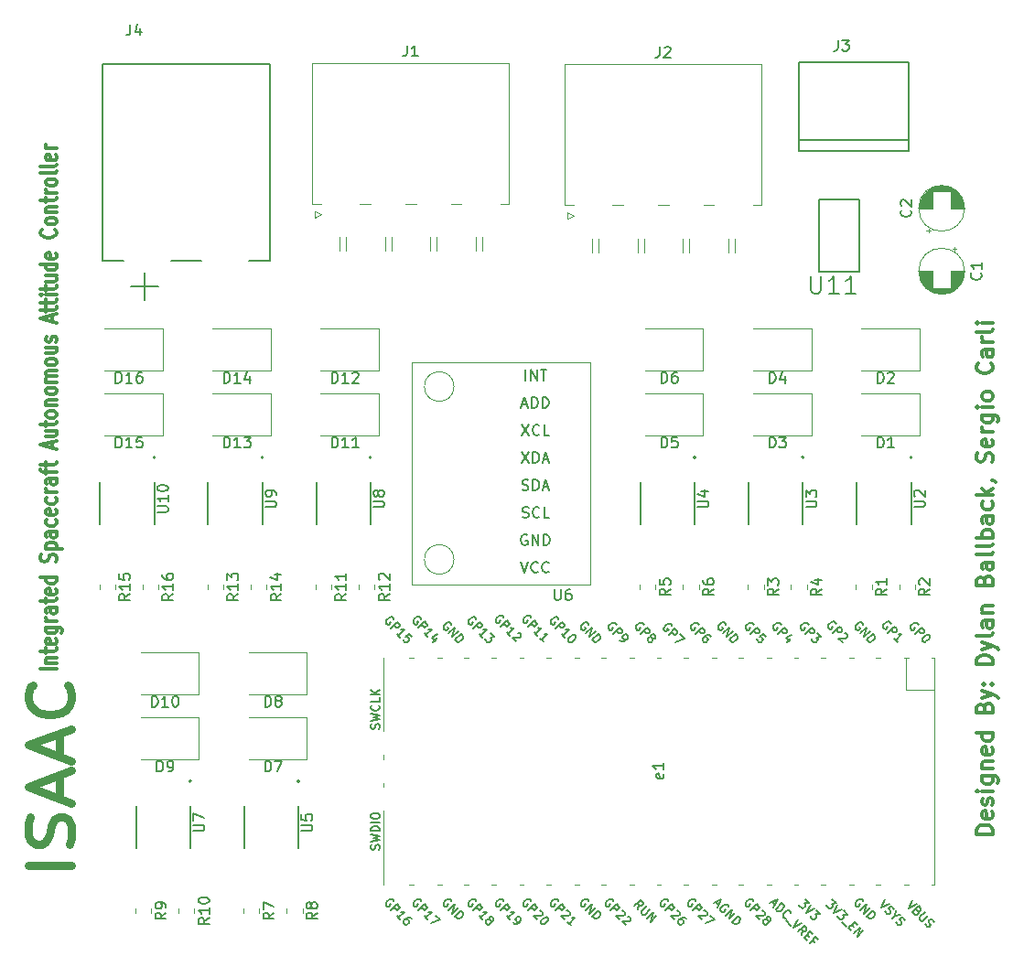
<source format=gbr>
%TF.GenerationSoftware,KiCad,Pcbnew,(5.1.10-1-10_14)*%
%TF.CreationDate,2021-10-18T16:54:11-04:00*%
%TF.ProjectId,ISAAC,49534141-432e-46b6-9963-61645f706362,rev?*%
%TF.SameCoordinates,Original*%
%TF.FileFunction,Legend,Top*%
%TF.FilePolarity,Positive*%
%FSLAX46Y46*%
G04 Gerber Fmt 4.6, Leading zero omitted, Abs format (unit mm)*
G04 Created by KiCad (PCBNEW (5.1.10-1-10_14)) date 2021-10-18 16:54:11*
%MOMM*%
%LPD*%
G01*
G04 APERTURE LIST*
%ADD10C,0.300000*%
%ADD11C,0.750000*%
%ADD12C,0.120000*%
%ADD13C,0.152400*%
%ADD14C,0.200000*%
%ADD15C,0.127000*%
%ADD16C,0.150000*%
G04 APERTURE END LIST*
D10*
X159936571Y-116860857D02*
X158436571Y-116860857D01*
X158436571Y-116503714D01*
X158508000Y-116289428D01*
X158650857Y-116146571D01*
X158793714Y-116075142D01*
X159079428Y-116003714D01*
X159293714Y-116003714D01*
X159579428Y-116075142D01*
X159722285Y-116146571D01*
X159865142Y-116289428D01*
X159936571Y-116503714D01*
X159936571Y-116860857D01*
X159865142Y-114789428D02*
X159936571Y-114932285D01*
X159936571Y-115218000D01*
X159865142Y-115360857D01*
X159722285Y-115432285D01*
X159150857Y-115432285D01*
X159008000Y-115360857D01*
X158936571Y-115218000D01*
X158936571Y-114932285D01*
X159008000Y-114789428D01*
X159150857Y-114718000D01*
X159293714Y-114718000D01*
X159436571Y-115432285D01*
X159865142Y-114146571D02*
X159936571Y-114003714D01*
X159936571Y-113718000D01*
X159865142Y-113575142D01*
X159722285Y-113503714D01*
X159650857Y-113503714D01*
X159508000Y-113575142D01*
X159436571Y-113718000D01*
X159436571Y-113932285D01*
X159365142Y-114075142D01*
X159222285Y-114146571D01*
X159150857Y-114146571D01*
X159008000Y-114075142D01*
X158936571Y-113932285D01*
X158936571Y-113718000D01*
X159008000Y-113575142D01*
X159936571Y-112860857D02*
X158936571Y-112860857D01*
X158436571Y-112860857D02*
X158508000Y-112932285D01*
X158579428Y-112860857D01*
X158508000Y-112789428D01*
X158436571Y-112860857D01*
X158579428Y-112860857D01*
X158936571Y-111503714D02*
X160150857Y-111503714D01*
X160293714Y-111575142D01*
X160365142Y-111646571D01*
X160436571Y-111789428D01*
X160436571Y-112003714D01*
X160365142Y-112146571D01*
X159865142Y-111503714D02*
X159936571Y-111646571D01*
X159936571Y-111932285D01*
X159865142Y-112075142D01*
X159793714Y-112146571D01*
X159650857Y-112218000D01*
X159222285Y-112218000D01*
X159079428Y-112146571D01*
X159008000Y-112075142D01*
X158936571Y-111932285D01*
X158936571Y-111646571D01*
X159008000Y-111503714D01*
X158936571Y-110789428D02*
X159936571Y-110789428D01*
X159079428Y-110789428D02*
X159008000Y-110718000D01*
X158936571Y-110575142D01*
X158936571Y-110360857D01*
X159008000Y-110218000D01*
X159150857Y-110146571D01*
X159936571Y-110146571D01*
X159865142Y-108860857D02*
X159936571Y-109003714D01*
X159936571Y-109289428D01*
X159865142Y-109432285D01*
X159722285Y-109503714D01*
X159150857Y-109503714D01*
X159008000Y-109432285D01*
X158936571Y-109289428D01*
X158936571Y-109003714D01*
X159008000Y-108860857D01*
X159150857Y-108789428D01*
X159293714Y-108789428D01*
X159436571Y-109503714D01*
X159936571Y-107503714D02*
X158436571Y-107503714D01*
X159865142Y-107503714D02*
X159936571Y-107646571D01*
X159936571Y-107932285D01*
X159865142Y-108075142D01*
X159793714Y-108146571D01*
X159650857Y-108218000D01*
X159222285Y-108218000D01*
X159079428Y-108146571D01*
X159008000Y-108075142D01*
X158936571Y-107932285D01*
X158936571Y-107646571D01*
X159008000Y-107503714D01*
X159150857Y-105146571D02*
X159222285Y-104932285D01*
X159293714Y-104860857D01*
X159436571Y-104789428D01*
X159650857Y-104789428D01*
X159793714Y-104860857D01*
X159865142Y-104932285D01*
X159936571Y-105075142D01*
X159936571Y-105646571D01*
X158436571Y-105646571D01*
X158436571Y-105146571D01*
X158508000Y-105003714D01*
X158579428Y-104932285D01*
X158722285Y-104860857D01*
X158865142Y-104860857D01*
X159008000Y-104932285D01*
X159079428Y-105003714D01*
X159150857Y-105146571D01*
X159150857Y-105646571D01*
X158936571Y-104289428D02*
X159936571Y-103932285D01*
X158936571Y-103575142D02*
X159936571Y-103932285D01*
X160293714Y-104075142D01*
X160365142Y-104146571D01*
X160436571Y-104289428D01*
X159793714Y-103003714D02*
X159865142Y-102932285D01*
X159936571Y-103003714D01*
X159865142Y-103075142D01*
X159793714Y-103003714D01*
X159936571Y-103003714D01*
X159008000Y-103003714D02*
X159079428Y-102932285D01*
X159150857Y-103003714D01*
X159079428Y-103075142D01*
X159008000Y-103003714D01*
X159150857Y-103003714D01*
X159936571Y-101146571D02*
X158436571Y-101146571D01*
X158436571Y-100789428D01*
X158508000Y-100575142D01*
X158650857Y-100432285D01*
X158793714Y-100360857D01*
X159079428Y-100289428D01*
X159293714Y-100289428D01*
X159579428Y-100360857D01*
X159722285Y-100432285D01*
X159865142Y-100575142D01*
X159936571Y-100789428D01*
X159936571Y-101146571D01*
X158936571Y-99789428D02*
X159936571Y-99432285D01*
X158936571Y-99075142D02*
X159936571Y-99432285D01*
X160293714Y-99575142D01*
X160365142Y-99646571D01*
X160436571Y-99789428D01*
X159936571Y-98289428D02*
X159865142Y-98432285D01*
X159722285Y-98503714D01*
X158436571Y-98503714D01*
X159936571Y-97075142D02*
X159150857Y-97075142D01*
X159008000Y-97146571D01*
X158936571Y-97289428D01*
X158936571Y-97575142D01*
X159008000Y-97718000D01*
X159865142Y-97075142D02*
X159936571Y-97218000D01*
X159936571Y-97575142D01*
X159865142Y-97718000D01*
X159722285Y-97789428D01*
X159579428Y-97789428D01*
X159436571Y-97718000D01*
X159365142Y-97575142D01*
X159365142Y-97218000D01*
X159293714Y-97075142D01*
X158936571Y-96360857D02*
X159936571Y-96360857D01*
X159079428Y-96360857D02*
X159008000Y-96289428D01*
X158936571Y-96146571D01*
X158936571Y-95932285D01*
X159008000Y-95789428D01*
X159150857Y-95718000D01*
X159936571Y-95718000D01*
X159150857Y-93360857D02*
X159222285Y-93146571D01*
X159293714Y-93075142D01*
X159436571Y-93003714D01*
X159650857Y-93003714D01*
X159793714Y-93075142D01*
X159865142Y-93146571D01*
X159936571Y-93289428D01*
X159936571Y-93860857D01*
X158436571Y-93860857D01*
X158436571Y-93360857D01*
X158508000Y-93218000D01*
X158579428Y-93146571D01*
X158722285Y-93075142D01*
X158865142Y-93075142D01*
X159008000Y-93146571D01*
X159079428Y-93218000D01*
X159150857Y-93360857D01*
X159150857Y-93860857D01*
X159936571Y-91718000D02*
X159150857Y-91718000D01*
X159008000Y-91789428D01*
X158936571Y-91932285D01*
X158936571Y-92218000D01*
X159008000Y-92360857D01*
X159865142Y-91718000D02*
X159936571Y-91860857D01*
X159936571Y-92218000D01*
X159865142Y-92360857D01*
X159722285Y-92432285D01*
X159579428Y-92432285D01*
X159436571Y-92360857D01*
X159365142Y-92218000D01*
X159365142Y-91860857D01*
X159293714Y-91718000D01*
X159936571Y-90789428D02*
X159865142Y-90932285D01*
X159722285Y-91003714D01*
X158436571Y-91003714D01*
X159936571Y-90003714D02*
X159865142Y-90146571D01*
X159722285Y-90218000D01*
X158436571Y-90218000D01*
X159936571Y-89432285D02*
X158436571Y-89432285D01*
X159008000Y-89432285D02*
X158936571Y-89289428D01*
X158936571Y-89003714D01*
X159008000Y-88860857D01*
X159079428Y-88789428D01*
X159222285Y-88718000D01*
X159650857Y-88718000D01*
X159793714Y-88789428D01*
X159865142Y-88860857D01*
X159936571Y-89003714D01*
X159936571Y-89289428D01*
X159865142Y-89432285D01*
X159936571Y-87432285D02*
X159150857Y-87432285D01*
X159008000Y-87503714D01*
X158936571Y-87646571D01*
X158936571Y-87932285D01*
X159008000Y-88075142D01*
X159865142Y-87432285D02*
X159936571Y-87575142D01*
X159936571Y-87932285D01*
X159865142Y-88075142D01*
X159722285Y-88146571D01*
X159579428Y-88146571D01*
X159436571Y-88075142D01*
X159365142Y-87932285D01*
X159365142Y-87575142D01*
X159293714Y-87432285D01*
X159865142Y-86075142D02*
X159936571Y-86218000D01*
X159936571Y-86503714D01*
X159865142Y-86646571D01*
X159793714Y-86718000D01*
X159650857Y-86789428D01*
X159222285Y-86789428D01*
X159079428Y-86718000D01*
X159008000Y-86646571D01*
X158936571Y-86503714D01*
X158936571Y-86218000D01*
X159008000Y-86075142D01*
X159936571Y-85432285D02*
X158436571Y-85432285D01*
X159365142Y-85289428D02*
X159936571Y-84860857D01*
X158936571Y-84860857D02*
X159508000Y-85432285D01*
X159865142Y-84146571D02*
X159936571Y-84146571D01*
X160079428Y-84218000D01*
X160150857Y-84289428D01*
X159865142Y-82432285D02*
X159936571Y-82218000D01*
X159936571Y-81860857D01*
X159865142Y-81718000D01*
X159793714Y-81646571D01*
X159650857Y-81575142D01*
X159508000Y-81575142D01*
X159365142Y-81646571D01*
X159293714Y-81718000D01*
X159222285Y-81860857D01*
X159150857Y-82146571D01*
X159079428Y-82289428D01*
X159008000Y-82360857D01*
X158865142Y-82432285D01*
X158722285Y-82432285D01*
X158579428Y-82360857D01*
X158508000Y-82289428D01*
X158436571Y-82146571D01*
X158436571Y-81789428D01*
X158508000Y-81575142D01*
X159865142Y-80360857D02*
X159936571Y-80503714D01*
X159936571Y-80789428D01*
X159865142Y-80932285D01*
X159722285Y-81003714D01*
X159150857Y-81003714D01*
X159008000Y-80932285D01*
X158936571Y-80789428D01*
X158936571Y-80503714D01*
X159008000Y-80360857D01*
X159150857Y-80289428D01*
X159293714Y-80289428D01*
X159436571Y-81003714D01*
X159936571Y-79646571D02*
X158936571Y-79646571D01*
X159222285Y-79646571D02*
X159079428Y-79575142D01*
X159008000Y-79503714D01*
X158936571Y-79360857D01*
X158936571Y-79218000D01*
X158936571Y-78075142D02*
X160150857Y-78075142D01*
X160293714Y-78146571D01*
X160365142Y-78218000D01*
X160436571Y-78360857D01*
X160436571Y-78575142D01*
X160365142Y-78718000D01*
X159865142Y-78075142D02*
X159936571Y-78218000D01*
X159936571Y-78503714D01*
X159865142Y-78646571D01*
X159793714Y-78718000D01*
X159650857Y-78789428D01*
X159222285Y-78789428D01*
X159079428Y-78718000D01*
X159008000Y-78646571D01*
X158936571Y-78503714D01*
X158936571Y-78218000D01*
X159008000Y-78075142D01*
X159936571Y-77360857D02*
X158936571Y-77360857D01*
X158436571Y-77360857D02*
X158508000Y-77432285D01*
X158579428Y-77360857D01*
X158508000Y-77289428D01*
X158436571Y-77360857D01*
X158579428Y-77360857D01*
X159936571Y-76432285D02*
X159865142Y-76575142D01*
X159793714Y-76646571D01*
X159650857Y-76718000D01*
X159222285Y-76718000D01*
X159079428Y-76646571D01*
X159008000Y-76575142D01*
X158936571Y-76432285D01*
X158936571Y-76218000D01*
X159008000Y-76075142D01*
X159079428Y-76003714D01*
X159222285Y-75932285D01*
X159650857Y-75932285D01*
X159793714Y-76003714D01*
X159865142Y-76075142D01*
X159936571Y-76218000D01*
X159936571Y-76432285D01*
X159793714Y-73289428D02*
X159865142Y-73360857D01*
X159936571Y-73575142D01*
X159936571Y-73718000D01*
X159865142Y-73932285D01*
X159722285Y-74075142D01*
X159579428Y-74146571D01*
X159293714Y-74218000D01*
X159079428Y-74218000D01*
X158793714Y-74146571D01*
X158650857Y-74075142D01*
X158508000Y-73932285D01*
X158436571Y-73718000D01*
X158436571Y-73575142D01*
X158508000Y-73360857D01*
X158579428Y-73289428D01*
X159936571Y-72003714D02*
X159150857Y-72003714D01*
X159008000Y-72075142D01*
X158936571Y-72218000D01*
X158936571Y-72503714D01*
X159008000Y-72646571D01*
X159865142Y-72003714D02*
X159936571Y-72146571D01*
X159936571Y-72503714D01*
X159865142Y-72646571D01*
X159722285Y-72718000D01*
X159579428Y-72718000D01*
X159436571Y-72646571D01*
X159365142Y-72503714D01*
X159365142Y-72146571D01*
X159293714Y-72003714D01*
X159936571Y-71289428D02*
X158936571Y-71289428D01*
X159222285Y-71289428D02*
X159079428Y-71218000D01*
X159008000Y-71146571D01*
X158936571Y-71003714D01*
X158936571Y-70860857D01*
X159936571Y-70146571D02*
X159865142Y-70289428D01*
X159722285Y-70360857D01*
X158436571Y-70360857D01*
X159936571Y-69575142D02*
X158936571Y-69575142D01*
X158436571Y-69575142D02*
X158508000Y-69646571D01*
X158579428Y-69575142D01*
X158508000Y-69503714D01*
X158436571Y-69575142D01*
X158579428Y-69575142D01*
D11*
X74707523Y-119756000D02*
X70707523Y-119756000D01*
X74517047Y-117827428D02*
X74707523Y-117184571D01*
X74707523Y-116113142D01*
X74517047Y-115684571D01*
X74326571Y-115470285D01*
X73945619Y-115256000D01*
X73564666Y-115256000D01*
X73183714Y-115470285D01*
X72993238Y-115684571D01*
X72802761Y-116113142D01*
X72612285Y-116970285D01*
X72421809Y-117398857D01*
X72231333Y-117613142D01*
X71850380Y-117827428D01*
X71469428Y-117827428D01*
X71088476Y-117613142D01*
X70898000Y-117398857D01*
X70707523Y-116970285D01*
X70707523Y-115898857D01*
X70898000Y-115256000D01*
X73564666Y-113541714D02*
X73564666Y-111398857D01*
X74707523Y-113970285D02*
X70707523Y-112470285D01*
X74707523Y-110970285D01*
X73564666Y-109684571D02*
X73564666Y-107541714D01*
X74707523Y-110113142D02*
X70707523Y-108613142D01*
X74707523Y-107113142D01*
X74326571Y-103041714D02*
X74517047Y-103256000D01*
X74707523Y-103898857D01*
X74707523Y-104327428D01*
X74517047Y-104970285D01*
X74136095Y-105398857D01*
X73755142Y-105613142D01*
X72993238Y-105827428D01*
X72421809Y-105827428D01*
X71659904Y-105613142D01*
X71278952Y-105398857D01*
X70898000Y-104970285D01*
X70707523Y-104327428D01*
X70707523Y-103898857D01*
X70898000Y-103256000D01*
X71088476Y-103041714D01*
D10*
X73322571Y-101590571D02*
X71822571Y-101590571D01*
X72322571Y-101019142D02*
X73322571Y-101019142D01*
X72465428Y-101019142D02*
X72394000Y-100962000D01*
X72322571Y-100847714D01*
X72322571Y-100676285D01*
X72394000Y-100562000D01*
X72536857Y-100504857D01*
X73322571Y-100504857D01*
X72322571Y-100104857D02*
X72322571Y-99647714D01*
X71822571Y-99933428D02*
X73108285Y-99933428D01*
X73251142Y-99876285D01*
X73322571Y-99762000D01*
X73322571Y-99647714D01*
X73251142Y-98790571D02*
X73322571Y-98904857D01*
X73322571Y-99133428D01*
X73251142Y-99247714D01*
X73108285Y-99304857D01*
X72536857Y-99304857D01*
X72394000Y-99247714D01*
X72322571Y-99133428D01*
X72322571Y-98904857D01*
X72394000Y-98790571D01*
X72536857Y-98733428D01*
X72679714Y-98733428D01*
X72822571Y-99304857D01*
X72322571Y-97704857D02*
X73536857Y-97704857D01*
X73679714Y-97762000D01*
X73751142Y-97819142D01*
X73822571Y-97933428D01*
X73822571Y-98104857D01*
X73751142Y-98219142D01*
X73251142Y-97704857D02*
X73322571Y-97819142D01*
X73322571Y-98047714D01*
X73251142Y-98162000D01*
X73179714Y-98219142D01*
X73036857Y-98276285D01*
X72608285Y-98276285D01*
X72465428Y-98219142D01*
X72394000Y-98162000D01*
X72322571Y-98047714D01*
X72322571Y-97819142D01*
X72394000Y-97704857D01*
X73322571Y-97133428D02*
X72322571Y-97133428D01*
X72608285Y-97133428D02*
X72465428Y-97076285D01*
X72394000Y-97019142D01*
X72322571Y-96904857D01*
X72322571Y-96790571D01*
X73322571Y-95876285D02*
X72536857Y-95876285D01*
X72394000Y-95933428D01*
X72322571Y-96047714D01*
X72322571Y-96276285D01*
X72394000Y-96390571D01*
X73251142Y-95876285D02*
X73322571Y-95990571D01*
X73322571Y-96276285D01*
X73251142Y-96390571D01*
X73108285Y-96447714D01*
X72965428Y-96447714D01*
X72822571Y-96390571D01*
X72751142Y-96276285D01*
X72751142Y-95990571D01*
X72679714Y-95876285D01*
X72322571Y-95476285D02*
X72322571Y-95019142D01*
X71822571Y-95304857D02*
X73108285Y-95304857D01*
X73251142Y-95247714D01*
X73322571Y-95133428D01*
X73322571Y-95019142D01*
X73251142Y-94162000D02*
X73322571Y-94276285D01*
X73322571Y-94504857D01*
X73251142Y-94619142D01*
X73108285Y-94676285D01*
X72536857Y-94676285D01*
X72394000Y-94619142D01*
X72322571Y-94504857D01*
X72322571Y-94276285D01*
X72394000Y-94162000D01*
X72536857Y-94104857D01*
X72679714Y-94104857D01*
X72822571Y-94676285D01*
X73322571Y-93076285D02*
X71822571Y-93076285D01*
X73251142Y-93076285D02*
X73322571Y-93190571D01*
X73322571Y-93419142D01*
X73251142Y-93533428D01*
X73179714Y-93590571D01*
X73036857Y-93647714D01*
X72608285Y-93647714D01*
X72465428Y-93590571D01*
X72394000Y-93533428D01*
X72322571Y-93419142D01*
X72322571Y-93190571D01*
X72394000Y-93076285D01*
X73251142Y-91647714D02*
X73322571Y-91476285D01*
X73322571Y-91190571D01*
X73251142Y-91076285D01*
X73179714Y-91019142D01*
X73036857Y-90962000D01*
X72894000Y-90962000D01*
X72751142Y-91019142D01*
X72679714Y-91076285D01*
X72608285Y-91190571D01*
X72536857Y-91419142D01*
X72465428Y-91533428D01*
X72394000Y-91590571D01*
X72251142Y-91647714D01*
X72108285Y-91647714D01*
X71965428Y-91590571D01*
X71894000Y-91533428D01*
X71822571Y-91419142D01*
X71822571Y-91133428D01*
X71894000Y-90962000D01*
X72322571Y-90447714D02*
X73822571Y-90447714D01*
X72394000Y-90447714D02*
X72322571Y-90333428D01*
X72322571Y-90104857D01*
X72394000Y-89990571D01*
X72465428Y-89933428D01*
X72608285Y-89876285D01*
X73036857Y-89876285D01*
X73179714Y-89933428D01*
X73251142Y-89990571D01*
X73322571Y-90104857D01*
X73322571Y-90333428D01*
X73251142Y-90447714D01*
X73322571Y-88847714D02*
X72536857Y-88847714D01*
X72394000Y-88904857D01*
X72322571Y-89019142D01*
X72322571Y-89247714D01*
X72394000Y-89362000D01*
X73251142Y-88847714D02*
X73322571Y-88962000D01*
X73322571Y-89247714D01*
X73251142Y-89362000D01*
X73108285Y-89419142D01*
X72965428Y-89419142D01*
X72822571Y-89362000D01*
X72751142Y-89247714D01*
X72751142Y-88962000D01*
X72679714Y-88847714D01*
X73251142Y-87762000D02*
X73322571Y-87876285D01*
X73322571Y-88104857D01*
X73251142Y-88219142D01*
X73179714Y-88276285D01*
X73036857Y-88333428D01*
X72608285Y-88333428D01*
X72465428Y-88276285D01*
X72394000Y-88219142D01*
X72322571Y-88104857D01*
X72322571Y-87876285D01*
X72394000Y-87762000D01*
X73251142Y-86790571D02*
X73322571Y-86904857D01*
X73322571Y-87133428D01*
X73251142Y-87247714D01*
X73108285Y-87304857D01*
X72536857Y-87304857D01*
X72394000Y-87247714D01*
X72322571Y-87133428D01*
X72322571Y-86904857D01*
X72394000Y-86790571D01*
X72536857Y-86733428D01*
X72679714Y-86733428D01*
X72822571Y-87304857D01*
X73251142Y-85704857D02*
X73322571Y-85819142D01*
X73322571Y-86047714D01*
X73251142Y-86162000D01*
X73179714Y-86219142D01*
X73036857Y-86276285D01*
X72608285Y-86276285D01*
X72465428Y-86219142D01*
X72394000Y-86162000D01*
X72322571Y-86047714D01*
X72322571Y-85819142D01*
X72394000Y-85704857D01*
X73322571Y-85190571D02*
X72322571Y-85190571D01*
X72608285Y-85190571D02*
X72465428Y-85133428D01*
X72394000Y-85076285D01*
X72322571Y-84962000D01*
X72322571Y-84847714D01*
X73322571Y-83933428D02*
X72536857Y-83933428D01*
X72394000Y-83990571D01*
X72322571Y-84104857D01*
X72322571Y-84333428D01*
X72394000Y-84447714D01*
X73251142Y-83933428D02*
X73322571Y-84047714D01*
X73322571Y-84333428D01*
X73251142Y-84447714D01*
X73108285Y-84504857D01*
X72965428Y-84504857D01*
X72822571Y-84447714D01*
X72751142Y-84333428D01*
X72751142Y-84047714D01*
X72679714Y-83933428D01*
X72322571Y-83533428D02*
X72322571Y-83076285D01*
X73322571Y-83362000D02*
X72036857Y-83362000D01*
X71894000Y-83304857D01*
X71822571Y-83190571D01*
X71822571Y-83076285D01*
X72322571Y-82847714D02*
X72322571Y-82390571D01*
X71822571Y-82676285D02*
X73108285Y-82676285D01*
X73251142Y-82619142D01*
X73322571Y-82504857D01*
X73322571Y-82390571D01*
X72894000Y-81133428D02*
X72894000Y-80562000D01*
X73322571Y-81247714D02*
X71822571Y-80847714D01*
X73322571Y-80447714D01*
X72322571Y-79533428D02*
X73322571Y-79533428D01*
X72322571Y-80047714D02*
X73108285Y-80047714D01*
X73251142Y-79990571D01*
X73322571Y-79876285D01*
X73322571Y-79704857D01*
X73251142Y-79590571D01*
X73179714Y-79533428D01*
X72322571Y-79133428D02*
X72322571Y-78676285D01*
X71822571Y-78962000D02*
X73108285Y-78962000D01*
X73251142Y-78904857D01*
X73322571Y-78790571D01*
X73322571Y-78676285D01*
X73322571Y-78104857D02*
X73251142Y-78219142D01*
X73179714Y-78276285D01*
X73036857Y-78333428D01*
X72608285Y-78333428D01*
X72465428Y-78276285D01*
X72394000Y-78219142D01*
X72322571Y-78104857D01*
X72322571Y-77933428D01*
X72394000Y-77819142D01*
X72465428Y-77762000D01*
X72608285Y-77704857D01*
X73036857Y-77704857D01*
X73179714Y-77762000D01*
X73251142Y-77819142D01*
X73322571Y-77933428D01*
X73322571Y-78104857D01*
X72322571Y-77190571D02*
X73322571Y-77190571D01*
X72465428Y-77190571D02*
X72394000Y-77133428D01*
X72322571Y-77019142D01*
X72322571Y-76847714D01*
X72394000Y-76733428D01*
X72536857Y-76676285D01*
X73322571Y-76676285D01*
X73322571Y-75933428D02*
X73251142Y-76047714D01*
X73179714Y-76104857D01*
X73036857Y-76162000D01*
X72608285Y-76162000D01*
X72465428Y-76104857D01*
X72394000Y-76047714D01*
X72322571Y-75933428D01*
X72322571Y-75762000D01*
X72394000Y-75647714D01*
X72465428Y-75590571D01*
X72608285Y-75533428D01*
X73036857Y-75533428D01*
X73179714Y-75590571D01*
X73251142Y-75647714D01*
X73322571Y-75762000D01*
X73322571Y-75933428D01*
X73322571Y-75019142D02*
X72322571Y-75019142D01*
X72465428Y-75019142D02*
X72394000Y-74962000D01*
X72322571Y-74847714D01*
X72322571Y-74676285D01*
X72394000Y-74562000D01*
X72536857Y-74504857D01*
X73322571Y-74504857D01*
X72536857Y-74504857D02*
X72394000Y-74447714D01*
X72322571Y-74333428D01*
X72322571Y-74162000D01*
X72394000Y-74047714D01*
X72536857Y-73990571D01*
X73322571Y-73990571D01*
X73322571Y-73247714D02*
X73251142Y-73362000D01*
X73179714Y-73419142D01*
X73036857Y-73476285D01*
X72608285Y-73476285D01*
X72465428Y-73419142D01*
X72394000Y-73362000D01*
X72322571Y-73247714D01*
X72322571Y-73076285D01*
X72394000Y-72962000D01*
X72465428Y-72904857D01*
X72608285Y-72847714D01*
X73036857Y-72847714D01*
X73179714Y-72904857D01*
X73251142Y-72962000D01*
X73322571Y-73076285D01*
X73322571Y-73247714D01*
X72322571Y-71819142D02*
X73322571Y-71819142D01*
X72322571Y-72333428D02*
X73108285Y-72333428D01*
X73251142Y-72276285D01*
X73322571Y-72161999D01*
X73322571Y-71990571D01*
X73251142Y-71876285D01*
X73179714Y-71819142D01*
X73251142Y-71304857D02*
X73322571Y-71190571D01*
X73322571Y-70961999D01*
X73251142Y-70847714D01*
X73108285Y-70790571D01*
X73036857Y-70790571D01*
X72894000Y-70847714D01*
X72822571Y-70961999D01*
X72822571Y-71133428D01*
X72751142Y-71247714D01*
X72608285Y-71304857D01*
X72536857Y-71304857D01*
X72394000Y-71247714D01*
X72322571Y-71133428D01*
X72322571Y-70961999D01*
X72394000Y-70847714D01*
X72894000Y-69419142D02*
X72894000Y-68847714D01*
X73322571Y-69533428D02*
X71822571Y-69133428D01*
X73322571Y-68733428D01*
X72322571Y-68504857D02*
X72322571Y-68047714D01*
X71822571Y-68333428D02*
X73108285Y-68333428D01*
X73251142Y-68276285D01*
X73322571Y-68162000D01*
X73322571Y-68047714D01*
X72322571Y-67819142D02*
X72322571Y-67361999D01*
X71822571Y-67647714D02*
X73108285Y-67647714D01*
X73251142Y-67590571D01*
X73322571Y-67476285D01*
X73322571Y-67361999D01*
X73322571Y-66962000D02*
X72322571Y-66962000D01*
X71822571Y-66962000D02*
X71894000Y-67019142D01*
X71965428Y-66962000D01*
X71894000Y-66904857D01*
X71822571Y-66962000D01*
X71965428Y-66962000D01*
X72322571Y-66561999D02*
X72322571Y-66104857D01*
X71822571Y-66390571D02*
X73108285Y-66390571D01*
X73251142Y-66333428D01*
X73322571Y-66219142D01*
X73322571Y-66104857D01*
X72322571Y-65190571D02*
X73322571Y-65190571D01*
X72322571Y-65704857D02*
X73108285Y-65704857D01*
X73251142Y-65647714D01*
X73322571Y-65533428D01*
X73322571Y-65362000D01*
X73251142Y-65247714D01*
X73179714Y-65190571D01*
X73322571Y-64104857D02*
X71822571Y-64104857D01*
X73251142Y-64104857D02*
X73322571Y-64219142D01*
X73322571Y-64447714D01*
X73251142Y-64562000D01*
X73179714Y-64619142D01*
X73036857Y-64676285D01*
X72608285Y-64676285D01*
X72465428Y-64619142D01*
X72394000Y-64562000D01*
X72322571Y-64447714D01*
X72322571Y-64219142D01*
X72394000Y-64104857D01*
X73251142Y-63076285D02*
X73322571Y-63190571D01*
X73322571Y-63419142D01*
X73251142Y-63533428D01*
X73108285Y-63590571D01*
X72536857Y-63590571D01*
X72394000Y-63533428D01*
X72322571Y-63419142D01*
X72322571Y-63190571D01*
X72394000Y-63076285D01*
X72536857Y-63019142D01*
X72679714Y-63019142D01*
X72822571Y-63590571D01*
X73179714Y-60904857D02*
X73251142Y-60962000D01*
X73322571Y-61133428D01*
X73322571Y-61247714D01*
X73251142Y-61419142D01*
X73108285Y-61533428D01*
X72965428Y-61590571D01*
X72679714Y-61647714D01*
X72465428Y-61647714D01*
X72179714Y-61590571D01*
X72036857Y-61533428D01*
X71894000Y-61419142D01*
X71822571Y-61247714D01*
X71822571Y-61133428D01*
X71894000Y-60962000D01*
X71965428Y-60904857D01*
X73322571Y-60219142D02*
X73251142Y-60333428D01*
X73179714Y-60390571D01*
X73036857Y-60447714D01*
X72608285Y-60447714D01*
X72465428Y-60390571D01*
X72394000Y-60333428D01*
X72322571Y-60219142D01*
X72322571Y-60047714D01*
X72394000Y-59933428D01*
X72465428Y-59876285D01*
X72608285Y-59819142D01*
X73036857Y-59819142D01*
X73179714Y-59876285D01*
X73251142Y-59933428D01*
X73322571Y-60047714D01*
X73322571Y-60219142D01*
X72322571Y-59304857D02*
X73322571Y-59304857D01*
X72465428Y-59304857D02*
X72394000Y-59247714D01*
X72322571Y-59133428D01*
X72322571Y-58962000D01*
X72394000Y-58847714D01*
X72536857Y-58790571D01*
X73322571Y-58790571D01*
X72322571Y-58390571D02*
X72322571Y-57933428D01*
X71822571Y-58219142D02*
X73108285Y-58219142D01*
X73251142Y-58162000D01*
X73322571Y-58047714D01*
X73322571Y-57933428D01*
X73322571Y-57533428D02*
X72322571Y-57533428D01*
X72608285Y-57533428D02*
X72465428Y-57476285D01*
X72394000Y-57419142D01*
X72322571Y-57304857D01*
X72322571Y-57190571D01*
X73322571Y-56619142D02*
X73251142Y-56733428D01*
X73179714Y-56790571D01*
X73036857Y-56847714D01*
X72608285Y-56847714D01*
X72465428Y-56790571D01*
X72394000Y-56733428D01*
X72322571Y-56619142D01*
X72322571Y-56447714D01*
X72394000Y-56333428D01*
X72465428Y-56276285D01*
X72608285Y-56219142D01*
X73036857Y-56219142D01*
X73179714Y-56276285D01*
X73251142Y-56333428D01*
X73322571Y-56447714D01*
X73322571Y-56619142D01*
X73322571Y-55533428D02*
X73251142Y-55647714D01*
X73108285Y-55704857D01*
X71822571Y-55704857D01*
X73322571Y-54904857D02*
X73251142Y-55019142D01*
X73108285Y-55076285D01*
X71822571Y-55076285D01*
X73251142Y-53990571D02*
X73322571Y-54104857D01*
X73322571Y-54333428D01*
X73251142Y-54447714D01*
X73108285Y-54504857D01*
X72536857Y-54504857D01*
X72394000Y-54447714D01*
X72322571Y-54333428D01*
X72322571Y-54104857D01*
X72394000Y-53990571D01*
X72536857Y-53933428D01*
X72679714Y-53933428D01*
X72822571Y-54504857D01*
X73322571Y-53419142D02*
X72322571Y-53419142D01*
X72608285Y-53419142D02*
X72465428Y-53362000D01*
X72394000Y-53304857D01*
X72322571Y-53190571D01*
X72322571Y-53076285D01*
D12*
%TO.C,C2*%
X157314000Y-58940000D02*
G75*
G03*
X157314000Y-58940000I-2120000J0D01*
G01*
X156034000Y-58940000D02*
X157274000Y-58940000D01*
X153114000Y-58940000D02*
X154354000Y-58940000D01*
X156034000Y-58900000D02*
X157274000Y-58900000D01*
X153114000Y-58900000D02*
X154354000Y-58900000D01*
X156034000Y-58860000D02*
X157273000Y-58860000D01*
X153115000Y-58860000D02*
X154354000Y-58860000D01*
X153117000Y-58820000D02*
X154354000Y-58820000D01*
X156034000Y-58820000D02*
X157271000Y-58820000D01*
X153120000Y-58780000D02*
X154354000Y-58780000D01*
X156034000Y-58780000D02*
X157268000Y-58780000D01*
X153123000Y-58740000D02*
X154354000Y-58740000D01*
X156034000Y-58740000D02*
X157265000Y-58740000D01*
X153127000Y-58700000D02*
X154354000Y-58700000D01*
X156034000Y-58700000D02*
X157261000Y-58700000D01*
X153132000Y-58660000D02*
X154354000Y-58660000D01*
X156034000Y-58660000D02*
X157256000Y-58660000D01*
X153138000Y-58620000D02*
X154354000Y-58620000D01*
X156034000Y-58620000D02*
X157250000Y-58620000D01*
X153144000Y-58580000D02*
X154354000Y-58580000D01*
X156034000Y-58580000D02*
X157244000Y-58580000D01*
X153152000Y-58540000D02*
X154354000Y-58540000D01*
X156034000Y-58540000D02*
X157236000Y-58540000D01*
X153160000Y-58500000D02*
X154354000Y-58500000D01*
X156034000Y-58500000D02*
X157228000Y-58500000D01*
X153169000Y-58460000D02*
X154354000Y-58460000D01*
X156034000Y-58460000D02*
X157219000Y-58460000D01*
X153178000Y-58420000D02*
X154354000Y-58420000D01*
X156034000Y-58420000D02*
X157210000Y-58420000D01*
X153189000Y-58380000D02*
X154354000Y-58380000D01*
X156034000Y-58380000D02*
X157199000Y-58380000D01*
X153200000Y-58340000D02*
X154354000Y-58340000D01*
X156034000Y-58340000D02*
X157188000Y-58340000D01*
X153212000Y-58300000D02*
X154354000Y-58300000D01*
X156034000Y-58300000D02*
X157176000Y-58300000D01*
X153226000Y-58260000D02*
X154354000Y-58260000D01*
X156034000Y-58260000D02*
X157162000Y-58260000D01*
X153240000Y-58219000D02*
X154354000Y-58219000D01*
X156034000Y-58219000D02*
X157148000Y-58219000D01*
X153254000Y-58179000D02*
X154354000Y-58179000D01*
X156034000Y-58179000D02*
X157134000Y-58179000D01*
X153270000Y-58139000D02*
X154354000Y-58139000D01*
X156034000Y-58139000D02*
X157118000Y-58139000D01*
X153287000Y-58099000D02*
X154354000Y-58099000D01*
X156034000Y-58099000D02*
X157101000Y-58099000D01*
X153305000Y-58059000D02*
X154354000Y-58059000D01*
X156034000Y-58059000D02*
X157083000Y-58059000D01*
X153324000Y-58019000D02*
X154354000Y-58019000D01*
X156034000Y-58019000D02*
X157064000Y-58019000D01*
X153343000Y-57979000D02*
X154354000Y-57979000D01*
X156034000Y-57979000D02*
X157045000Y-57979000D01*
X153364000Y-57939000D02*
X154354000Y-57939000D01*
X156034000Y-57939000D02*
X157024000Y-57939000D01*
X153386000Y-57899000D02*
X154354000Y-57899000D01*
X156034000Y-57899000D02*
X157002000Y-57899000D01*
X153409000Y-57859000D02*
X154354000Y-57859000D01*
X156034000Y-57859000D02*
X156979000Y-57859000D01*
X153434000Y-57819000D02*
X154354000Y-57819000D01*
X156034000Y-57819000D02*
X156954000Y-57819000D01*
X153459000Y-57779000D02*
X154354000Y-57779000D01*
X156034000Y-57779000D02*
X156929000Y-57779000D01*
X153486000Y-57739000D02*
X154354000Y-57739000D01*
X156034000Y-57739000D02*
X156902000Y-57739000D01*
X153514000Y-57699000D02*
X154354000Y-57699000D01*
X156034000Y-57699000D02*
X156874000Y-57699000D01*
X153544000Y-57659000D02*
X154354000Y-57659000D01*
X156034000Y-57659000D02*
X156844000Y-57659000D01*
X153575000Y-57619000D02*
X154354000Y-57619000D01*
X156034000Y-57619000D02*
X156813000Y-57619000D01*
X153607000Y-57579000D02*
X154354000Y-57579000D01*
X156034000Y-57579000D02*
X156781000Y-57579000D01*
X153642000Y-57539000D02*
X154354000Y-57539000D01*
X156034000Y-57539000D02*
X156746000Y-57539000D01*
X153678000Y-57499000D02*
X154354000Y-57499000D01*
X156034000Y-57499000D02*
X156710000Y-57499000D01*
X153716000Y-57459000D02*
X154354000Y-57459000D01*
X156034000Y-57459000D02*
X156672000Y-57459000D01*
X153756000Y-57419000D02*
X154354000Y-57419000D01*
X156034000Y-57419000D02*
X156632000Y-57419000D01*
X153798000Y-57379000D02*
X154354000Y-57379000D01*
X156034000Y-57379000D02*
X156590000Y-57379000D01*
X153843000Y-57339000D02*
X156545000Y-57339000D01*
X153890000Y-57299000D02*
X156498000Y-57299000D01*
X153940000Y-57259000D02*
X156448000Y-57259000D01*
X153994000Y-57219000D02*
X156394000Y-57219000D01*
X154052000Y-57179000D02*
X156336000Y-57179000D01*
X154114000Y-57139000D02*
X156274000Y-57139000D01*
X154181000Y-57099000D02*
X156207000Y-57099000D01*
X154254000Y-57059000D02*
X156134000Y-57059000D01*
X154335000Y-57019000D02*
X156053000Y-57019000D01*
X154426000Y-56979000D02*
X155962000Y-56979000D01*
X154530000Y-56939000D02*
X155858000Y-56939000D01*
X154657000Y-56899000D02*
X155731000Y-56899000D01*
X154824000Y-56859000D02*
X155564000Y-56859000D01*
X153999000Y-61209801D02*
X153999000Y-60809801D01*
X153799000Y-61009801D02*
X154199000Y-61009801D01*
%TO.C,C1*%
X157314000Y-64758000D02*
G75*
G03*
X157314000Y-64758000I-2120000J0D01*
G01*
X154354000Y-64758000D02*
X153114000Y-64758000D01*
X157274000Y-64758000D02*
X156034000Y-64758000D01*
X154354000Y-64798000D02*
X153114000Y-64798000D01*
X157274000Y-64798000D02*
X156034000Y-64798000D01*
X154354000Y-64838000D02*
X153115000Y-64838000D01*
X157273000Y-64838000D02*
X156034000Y-64838000D01*
X157271000Y-64878000D02*
X156034000Y-64878000D01*
X154354000Y-64878000D02*
X153117000Y-64878000D01*
X157268000Y-64918000D02*
X156034000Y-64918000D01*
X154354000Y-64918000D02*
X153120000Y-64918000D01*
X157265000Y-64958000D02*
X156034000Y-64958000D01*
X154354000Y-64958000D02*
X153123000Y-64958000D01*
X157261000Y-64998000D02*
X156034000Y-64998000D01*
X154354000Y-64998000D02*
X153127000Y-64998000D01*
X157256000Y-65038000D02*
X156034000Y-65038000D01*
X154354000Y-65038000D02*
X153132000Y-65038000D01*
X157250000Y-65078000D02*
X156034000Y-65078000D01*
X154354000Y-65078000D02*
X153138000Y-65078000D01*
X157244000Y-65118000D02*
X156034000Y-65118000D01*
X154354000Y-65118000D02*
X153144000Y-65118000D01*
X157236000Y-65158000D02*
X156034000Y-65158000D01*
X154354000Y-65158000D02*
X153152000Y-65158000D01*
X157228000Y-65198000D02*
X156034000Y-65198000D01*
X154354000Y-65198000D02*
X153160000Y-65198000D01*
X157219000Y-65238000D02*
X156034000Y-65238000D01*
X154354000Y-65238000D02*
X153169000Y-65238000D01*
X157210000Y-65278000D02*
X156034000Y-65278000D01*
X154354000Y-65278000D02*
X153178000Y-65278000D01*
X157199000Y-65318000D02*
X156034000Y-65318000D01*
X154354000Y-65318000D02*
X153189000Y-65318000D01*
X157188000Y-65358000D02*
X156034000Y-65358000D01*
X154354000Y-65358000D02*
X153200000Y-65358000D01*
X157176000Y-65398000D02*
X156034000Y-65398000D01*
X154354000Y-65398000D02*
X153212000Y-65398000D01*
X157162000Y-65438000D02*
X156034000Y-65438000D01*
X154354000Y-65438000D02*
X153226000Y-65438000D01*
X157148000Y-65479000D02*
X156034000Y-65479000D01*
X154354000Y-65479000D02*
X153240000Y-65479000D01*
X157134000Y-65519000D02*
X156034000Y-65519000D01*
X154354000Y-65519000D02*
X153254000Y-65519000D01*
X157118000Y-65559000D02*
X156034000Y-65559000D01*
X154354000Y-65559000D02*
X153270000Y-65559000D01*
X157101000Y-65599000D02*
X156034000Y-65599000D01*
X154354000Y-65599000D02*
X153287000Y-65599000D01*
X157083000Y-65639000D02*
X156034000Y-65639000D01*
X154354000Y-65639000D02*
X153305000Y-65639000D01*
X157064000Y-65679000D02*
X156034000Y-65679000D01*
X154354000Y-65679000D02*
X153324000Y-65679000D01*
X157045000Y-65719000D02*
X156034000Y-65719000D01*
X154354000Y-65719000D02*
X153343000Y-65719000D01*
X157024000Y-65759000D02*
X156034000Y-65759000D01*
X154354000Y-65759000D02*
X153364000Y-65759000D01*
X157002000Y-65799000D02*
X156034000Y-65799000D01*
X154354000Y-65799000D02*
X153386000Y-65799000D01*
X156979000Y-65839000D02*
X156034000Y-65839000D01*
X154354000Y-65839000D02*
X153409000Y-65839000D01*
X156954000Y-65879000D02*
X156034000Y-65879000D01*
X154354000Y-65879000D02*
X153434000Y-65879000D01*
X156929000Y-65919000D02*
X156034000Y-65919000D01*
X154354000Y-65919000D02*
X153459000Y-65919000D01*
X156902000Y-65959000D02*
X156034000Y-65959000D01*
X154354000Y-65959000D02*
X153486000Y-65959000D01*
X156874000Y-65999000D02*
X156034000Y-65999000D01*
X154354000Y-65999000D02*
X153514000Y-65999000D01*
X156844000Y-66039000D02*
X156034000Y-66039000D01*
X154354000Y-66039000D02*
X153544000Y-66039000D01*
X156813000Y-66079000D02*
X156034000Y-66079000D01*
X154354000Y-66079000D02*
X153575000Y-66079000D01*
X156781000Y-66119000D02*
X156034000Y-66119000D01*
X154354000Y-66119000D02*
X153607000Y-66119000D01*
X156746000Y-66159000D02*
X156034000Y-66159000D01*
X154354000Y-66159000D02*
X153642000Y-66159000D01*
X156710000Y-66199000D02*
X156034000Y-66199000D01*
X154354000Y-66199000D02*
X153678000Y-66199000D01*
X156672000Y-66239000D02*
X156034000Y-66239000D01*
X154354000Y-66239000D02*
X153716000Y-66239000D01*
X156632000Y-66279000D02*
X156034000Y-66279000D01*
X154354000Y-66279000D02*
X153756000Y-66279000D01*
X156590000Y-66319000D02*
X156034000Y-66319000D01*
X154354000Y-66319000D02*
X153798000Y-66319000D01*
X156545000Y-66359000D02*
X153843000Y-66359000D01*
X156498000Y-66399000D02*
X153890000Y-66399000D01*
X156448000Y-66439000D02*
X153940000Y-66439000D01*
X156394000Y-66479000D02*
X153994000Y-66479000D01*
X156336000Y-66519000D02*
X154052000Y-66519000D01*
X156274000Y-66559000D02*
X154114000Y-66559000D01*
X156207000Y-66599000D02*
X154181000Y-66599000D01*
X156134000Y-66639000D02*
X154254000Y-66639000D01*
X156053000Y-66679000D02*
X154335000Y-66679000D01*
X155962000Y-66719000D02*
X154426000Y-66719000D01*
X155858000Y-66759000D02*
X154530000Y-66759000D01*
X155731000Y-66799000D02*
X154657000Y-66799000D01*
X155564000Y-66839000D02*
X154824000Y-66839000D01*
X156389000Y-62488199D02*
X156389000Y-62888199D01*
X156589000Y-62688199D02*
X156189000Y-62688199D01*
%TO.C,e1*%
X103532000Y-112098000D02*
X103532000Y-112498000D01*
X103532000Y-109498000D02*
X103532000Y-109898000D01*
X103532000Y-121498000D02*
X103532000Y-114698000D01*
X113932000Y-121498000D02*
X113532000Y-121498000D01*
X121632000Y-121498000D02*
X121232000Y-121498000D01*
X147032000Y-121498000D02*
X146632000Y-121498000D01*
X154532000Y-121498000D02*
X154232000Y-121498000D01*
X131732000Y-121498000D02*
X131332000Y-121498000D01*
X116532000Y-121498000D02*
X116132000Y-121498000D01*
X136832000Y-121498000D02*
X136432000Y-121498000D01*
X141932000Y-121498000D02*
X141532000Y-121498000D01*
X129232000Y-121498000D02*
X128832000Y-121498000D01*
X124132000Y-121498000D02*
X123732000Y-121498000D01*
X108932000Y-121498000D02*
X108532000Y-121498000D01*
X106332000Y-121498000D02*
X105932000Y-121498000D01*
X111432000Y-121498000D02*
X111032000Y-121498000D01*
X144432000Y-121498000D02*
X144032000Y-121498000D01*
X152132000Y-121498000D02*
X151732000Y-121498000D01*
X149532000Y-121498000D02*
X149132000Y-121498000D01*
X119032000Y-121498000D02*
X118632000Y-121498000D01*
X126732000Y-121498000D02*
X126332000Y-121498000D01*
X134332000Y-121498000D02*
X133932000Y-121498000D01*
X139432000Y-121498000D02*
X139032000Y-121498000D01*
X106332000Y-100498000D02*
X105932000Y-100498000D01*
X108932000Y-100498000D02*
X108532000Y-100498000D01*
X111432000Y-100498000D02*
X111032000Y-100498000D01*
X113932000Y-100498000D02*
X113532000Y-100498000D01*
X116532000Y-100498000D02*
X116132000Y-100498000D01*
X119032000Y-100498000D02*
X118632000Y-100498000D01*
X121632000Y-100498000D02*
X121232000Y-100498000D01*
X124132000Y-100498000D02*
X123732000Y-100498000D01*
X126732000Y-100498000D02*
X126332000Y-100498000D01*
X129232000Y-100498000D02*
X128832000Y-100498000D01*
X131732000Y-100498000D02*
X131332000Y-100498000D01*
X134332000Y-100498000D02*
X133932000Y-100498000D01*
X136832000Y-100498000D02*
X136432000Y-100498000D01*
X139432000Y-100498000D02*
X139032000Y-100498000D01*
X141932000Y-100498000D02*
X141532000Y-100498000D01*
X144432000Y-100498000D02*
X144032000Y-100498000D01*
X147032000Y-100498000D02*
X146632000Y-100498000D01*
X149532000Y-100498000D02*
X149132000Y-100498000D01*
X152132000Y-100498000D02*
X151732000Y-100498000D01*
X154532000Y-100498000D02*
X154232000Y-100498000D01*
X151865000Y-103505000D02*
X154532000Y-103505000D01*
X151865000Y-100498000D02*
X151865000Y-103505000D01*
X103532000Y-107298000D02*
X103532000Y-100498000D01*
X154532000Y-100498000D02*
X154532000Y-121498000D01*
D13*
%TO.C,U11*%
X147548600Y-58115200D02*
X143840200Y-58115200D01*
X143840200Y-58115200D02*
X143840200Y-64820800D01*
X143840200Y-64820800D02*
X147548600Y-64820800D01*
X147548600Y-64820800D02*
X147548600Y-58115200D01*
D14*
%TO.C,U10*%
X82443400Y-81991000D02*
G75*
G03*
X82443400Y-81991000I-100000J0D01*
G01*
D15*
X82368400Y-84246000D02*
X82368400Y-88146000D01*
X77328400Y-84246000D02*
X77328400Y-88146000D01*
D14*
%TO.C,U9*%
X92443400Y-81991000D02*
G75*
G03*
X92443400Y-81991000I-100000J0D01*
G01*
D15*
X92368400Y-84246000D02*
X92368400Y-88146000D01*
X87328400Y-84246000D02*
X87328400Y-88146000D01*
D14*
%TO.C,U8*%
X102443400Y-81991000D02*
G75*
G03*
X102443400Y-81991000I-100000J0D01*
G01*
D15*
X102368400Y-84246000D02*
X102368400Y-88146000D01*
X97328400Y-84246000D02*
X97328400Y-88146000D01*
D14*
%TO.C,U7*%
X85773400Y-111963000D02*
G75*
G03*
X85773400Y-111963000I-100000J0D01*
G01*
D15*
X85698400Y-114218000D02*
X85698400Y-118118000D01*
X80658400Y-114218000D02*
X80658400Y-118118000D01*
D12*
%TO.C,U6*%
X122682000Y-93726000D02*
X106172000Y-93726000D01*
X106172000Y-93726000D02*
X106172000Y-73152000D01*
X106172000Y-73152000D02*
X122682000Y-73152000D01*
X122682000Y-73152000D02*
X122682000Y-93726000D01*
X110079832Y-75438000D02*
G75*
G03*
X110079832Y-75438000I-1367832J0D01*
G01*
X110079832Y-91440000D02*
G75*
G03*
X110079832Y-91440000I-1367832J0D01*
G01*
D14*
%TO.C,U5*%
X95773400Y-111963000D02*
G75*
G03*
X95773400Y-111963000I-100000J0D01*
G01*
D15*
X95698400Y-114218000D02*
X95698400Y-118118000D01*
X90658400Y-114218000D02*
X90658400Y-118118000D01*
D14*
%TO.C,U4*%
X132443400Y-81991000D02*
G75*
G03*
X132443400Y-81991000I-100000J0D01*
G01*
D15*
X132368400Y-84246000D02*
X132368400Y-88146000D01*
X127328400Y-84246000D02*
X127328400Y-88146000D01*
D14*
%TO.C,U3*%
X142443400Y-81991000D02*
G75*
G03*
X142443400Y-81991000I-100000J0D01*
G01*
D15*
X142368400Y-84246000D02*
X142368400Y-88146000D01*
X137328400Y-84246000D02*
X137328400Y-88146000D01*
D14*
%TO.C,U2*%
X152443400Y-81991000D02*
G75*
G03*
X152443400Y-81991000I-100000J0D01*
G01*
D15*
X152368400Y-84246000D02*
X152368400Y-88146000D01*
X147328400Y-84246000D02*
X147328400Y-88146000D01*
D12*
%TO.C,R16*%
X82735000Y-93772936D02*
X82735000Y-94227064D01*
X81265000Y-93772936D02*
X81265000Y-94227064D01*
%TO.C,R15*%
X78735000Y-93772936D02*
X78735000Y-94227064D01*
X77265000Y-93772936D02*
X77265000Y-94227064D01*
%TO.C,R14*%
X92735000Y-93772936D02*
X92735000Y-94227064D01*
X91265000Y-93772936D02*
X91265000Y-94227064D01*
%TO.C,R13*%
X88735000Y-93772936D02*
X88735000Y-94227064D01*
X87265000Y-93772936D02*
X87265000Y-94227064D01*
%TO.C,R12*%
X102735000Y-93772936D02*
X102735000Y-94227064D01*
X101265000Y-93772936D02*
X101265000Y-94227064D01*
%TO.C,R11*%
X98735000Y-93772936D02*
X98735000Y-94227064D01*
X97265000Y-93772936D02*
X97265000Y-94227064D01*
%TO.C,R10*%
X86065000Y-123744936D02*
X86065000Y-124199064D01*
X84595000Y-123744936D02*
X84595000Y-124199064D01*
%TO.C,R9*%
X82065000Y-123744936D02*
X82065000Y-124199064D01*
X80595000Y-123744936D02*
X80595000Y-124199064D01*
%TO.C,R8*%
X96065000Y-123744936D02*
X96065000Y-124199064D01*
X94595000Y-123744936D02*
X94595000Y-124199064D01*
%TO.C,R7*%
X92065000Y-123744936D02*
X92065000Y-124199064D01*
X90595000Y-123744936D02*
X90595000Y-124199064D01*
%TO.C,R6*%
X132735000Y-93772936D02*
X132735000Y-94227064D01*
X131265000Y-93772936D02*
X131265000Y-94227064D01*
%TO.C,R5*%
X128735000Y-93772936D02*
X128735000Y-94227064D01*
X127265000Y-93772936D02*
X127265000Y-94227064D01*
%TO.C,R4*%
X142735000Y-93772936D02*
X142735000Y-94227064D01*
X141265000Y-93772936D02*
X141265000Y-94227064D01*
%TO.C,R3*%
X138735000Y-93772936D02*
X138735000Y-94227064D01*
X137265000Y-93772936D02*
X137265000Y-94227064D01*
%TO.C,R2*%
X152735000Y-93772936D02*
X152735000Y-94227064D01*
X151265000Y-93772936D02*
X151265000Y-94227064D01*
%TO.C,R1*%
X148735000Y-93772936D02*
X148735000Y-94227064D01*
X147265000Y-93772936D02*
X147265000Y-94227064D01*
D15*
%TO.C,J4*%
X77543200Y-63831600D02*
X79515200Y-63831600D01*
X93043200Y-63831600D02*
X91071200Y-63831600D01*
X83871200Y-63831600D02*
X86715200Y-63831600D01*
X77543200Y-45631600D02*
X77543200Y-63831600D01*
X93043200Y-63831600D02*
X93043200Y-45631600D01*
X93043200Y-45631600D02*
X77543200Y-45631600D01*
X82753200Y-66141600D02*
X81483200Y-66141600D01*
X81483200Y-66141600D02*
X81483200Y-67411600D01*
X80213200Y-66141600D02*
X81483200Y-66141600D01*
X81483200Y-66141600D02*
X81483200Y-64871600D01*
%TO.C,J3*%
X141986000Y-45430000D02*
X152146000Y-45430000D01*
X152146000Y-45430000D02*
X152146000Y-52630000D01*
X152146000Y-52630000D02*
X152146000Y-53630000D01*
X152146000Y-53630000D02*
X141986000Y-53630000D01*
X141986000Y-53630000D02*
X141986000Y-52630000D01*
X141986000Y-52630000D02*
X141986000Y-45430000D01*
X141986000Y-52630000D02*
X152146000Y-52630000D01*
D12*
%TO.C,J2*%
X121146600Y-58649200D02*
X120336600Y-58649200D01*
X120336600Y-58649200D02*
X120336600Y-45629200D01*
X120336600Y-45629200D02*
X129446600Y-45629200D01*
X137746600Y-58649200D02*
X138556600Y-58649200D01*
X138556600Y-58649200D02*
X138556600Y-45629200D01*
X138556600Y-45629200D02*
X129446600Y-45629200D01*
X122846600Y-61749200D02*
X122846600Y-63029200D01*
X123446600Y-61749200D02*
X123446600Y-63029200D01*
X127046600Y-61749200D02*
X127046600Y-63029200D01*
X127646600Y-61749200D02*
X127646600Y-63029200D01*
X131246600Y-61749200D02*
X131246600Y-63029200D01*
X131846600Y-61749200D02*
X131846600Y-63029200D01*
X135446600Y-61749200D02*
X135446600Y-63029200D01*
X136046600Y-61749200D02*
X136046600Y-63029200D01*
X124756600Y-58639200D02*
X125736600Y-58639200D01*
X128956600Y-58639200D02*
X129936600Y-58639200D01*
X133156600Y-58639200D02*
X134136600Y-58639200D01*
X121146600Y-59639200D02*
X120546600Y-59939200D01*
X120546600Y-59939200D02*
X120546600Y-59339200D01*
X120546600Y-59339200D02*
X121146600Y-59639200D01*
%TO.C,J1*%
X97778600Y-58522200D02*
X96968600Y-58522200D01*
X96968600Y-58522200D02*
X96968600Y-45502200D01*
X96968600Y-45502200D02*
X106078600Y-45502200D01*
X114378600Y-58522200D02*
X115188600Y-58522200D01*
X115188600Y-58522200D02*
X115188600Y-45502200D01*
X115188600Y-45502200D02*
X106078600Y-45502200D01*
X99478600Y-61622200D02*
X99478600Y-62902200D01*
X100078600Y-61622200D02*
X100078600Y-62902200D01*
X103678600Y-61622200D02*
X103678600Y-62902200D01*
X104278600Y-61622200D02*
X104278600Y-62902200D01*
X107878600Y-61622200D02*
X107878600Y-62902200D01*
X108478600Y-61622200D02*
X108478600Y-62902200D01*
X112078600Y-61622200D02*
X112078600Y-62902200D01*
X112678600Y-61622200D02*
X112678600Y-62902200D01*
X101388600Y-58512200D02*
X102368600Y-58512200D01*
X105588600Y-58512200D02*
X106568600Y-58512200D01*
X109788600Y-58512200D02*
X110768600Y-58512200D01*
X97778600Y-59512200D02*
X97178600Y-59812200D01*
X97178600Y-59812200D02*
X97178600Y-59212200D01*
X97178600Y-59212200D02*
X97778600Y-59512200D01*
%TO.C,D16*%
X77750000Y-73960000D02*
X83135000Y-73960000D01*
X83135000Y-73960000D02*
X83135000Y-70040000D01*
X83135000Y-70040000D02*
X77750000Y-70040000D01*
%TO.C,D15*%
X77750000Y-79960000D02*
X83135000Y-79960000D01*
X83135000Y-79960000D02*
X83135000Y-76040000D01*
X83135000Y-76040000D02*
X77750000Y-76040000D01*
%TO.C,D14*%
X87750000Y-73960000D02*
X93135000Y-73960000D01*
X93135000Y-73960000D02*
X93135000Y-70040000D01*
X93135000Y-70040000D02*
X87750000Y-70040000D01*
%TO.C,D13*%
X87750000Y-79960000D02*
X93135000Y-79960000D01*
X93135000Y-79960000D02*
X93135000Y-76040000D01*
X93135000Y-76040000D02*
X87750000Y-76040000D01*
%TO.C,D12*%
X97750000Y-73960000D02*
X103135000Y-73960000D01*
X103135000Y-73960000D02*
X103135000Y-70040000D01*
X103135000Y-70040000D02*
X97750000Y-70040000D01*
%TO.C,D11*%
X97750000Y-79960000D02*
X103135000Y-79960000D01*
X103135000Y-79960000D02*
X103135000Y-76040000D01*
X103135000Y-76040000D02*
X97750000Y-76040000D01*
%TO.C,D10*%
X81080000Y-103932000D02*
X86465000Y-103932000D01*
X86465000Y-103932000D02*
X86465000Y-100012000D01*
X86465000Y-100012000D02*
X81080000Y-100012000D01*
%TO.C,D9*%
X81080000Y-109932000D02*
X86465000Y-109932000D01*
X86465000Y-109932000D02*
X86465000Y-106012000D01*
X86465000Y-106012000D02*
X81080000Y-106012000D01*
%TO.C,D8*%
X91080000Y-103932000D02*
X96465000Y-103932000D01*
X96465000Y-103932000D02*
X96465000Y-100012000D01*
X96465000Y-100012000D02*
X91080000Y-100012000D01*
%TO.C,D7*%
X91080000Y-109932000D02*
X96465000Y-109932000D01*
X96465000Y-109932000D02*
X96465000Y-106012000D01*
X96465000Y-106012000D02*
X91080000Y-106012000D01*
%TO.C,D6*%
X127750000Y-73960000D02*
X133135000Y-73960000D01*
X133135000Y-73960000D02*
X133135000Y-70040000D01*
X133135000Y-70040000D02*
X127750000Y-70040000D01*
%TO.C,D5*%
X127750000Y-79960000D02*
X133135000Y-79960000D01*
X133135000Y-79960000D02*
X133135000Y-76040000D01*
X133135000Y-76040000D02*
X127750000Y-76040000D01*
%TO.C,D4*%
X137750000Y-73960000D02*
X143135000Y-73960000D01*
X143135000Y-73960000D02*
X143135000Y-70040000D01*
X143135000Y-70040000D02*
X137750000Y-70040000D01*
%TO.C,D3*%
X137750000Y-79960000D02*
X143135000Y-79960000D01*
X143135000Y-79960000D02*
X143135000Y-76040000D01*
X143135000Y-76040000D02*
X137750000Y-76040000D01*
%TO.C,D2*%
X147750000Y-73960000D02*
X153135000Y-73960000D01*
X153135000Y-73960000D02*
X153135000Y-70040000D01*
X153135000Y-70040000D02*
X147750000Y-70040000D01*
%TO.C,D1*%
X147750000Y-79960000D02*
X153135000Y-79960000D01*
X153135000Y-79960000D02*
X153135000Y-76040000D01*
X153135000Y-76040000D02*
X147750000Y-76040000D01*
%TO.C,C2*%
D16*
X152301142Y-59106666D02*
X152348761Y-59154285D01*
X152396380Y-59297142D01*
X152396380Y-59392380D01*
X152348761Y-59535238D01*
X152253523Y-59630476D01*
X152158285Y-59678095D01*
X151967809Y-59725714D01*
X151824952Y-59725714D01*
X151634476Y-59678095D01*
X151539238Y-59630476D01*
X151444000Y-59535238D01*
X151396380Y-59392380D01*
X151396380Y-59297142D01*
X151444000Y-59154285D01*
X151491619Y-59106666D01*
X151491619Y-58725714D02*
X151444000Y-58678095D01*
X151396380Y-58582857D01*
X151396380Y-58344761D01*
X151444000Y-58249523D01*
X151491619Y-58201904D01*
X151586857Y-58154285D01*
X151682095Y-58154285D01*
X151824952Y-58201904D01*
X152396380Y-58773333D01*
X152396380Y-58154285D01*
%TO.C,C1*%
X158801142Y-64924666D02*
X158848761Y-64972285D01*
X158896380Y-65115142D01*
X158896380Y-65210380D01*
X158848761Y-65353238D01*
X158753523Y-65448476D01*
X158658285Y-65496095D01*
X158467809Y-65543714D01*
X158324952Y-65543714D01*
X158134476Y-65496095D01*
X158039238Y-65448476D01*
X157944000Y-65353238D01*
X157896380Y-65210380D01*
X157896380Y-65115142D01*
X157944000Y-64972285D01*
X157991619Y-64924666D01*
X158896380Y-63972285D02*
X158896380Y-64543714D01*
X158896380Y-64258000D02*
X157896380Y-64258000D01*
X158039238Y-64353238D01*
X158134476Y-64448476D01*
X158182095Y-64543714D01*
%TO.C,e1*%
X129436761Y-111283714D02*
X129484380Y-111378952D01*
X129484380Y-111569428D01*
X129436761Y-111664666D01*
X129341523Y-111712285D01*
X128960571Y-111712285D01*
X128865333Y-111664666D01*
X128817714Y-111569428D01*
X128817714Y-111378952D01*
X128865333Y-111283714D01*
X128960571Y-111236095D01*
X129055809Y-111236095D01*
X129151047Y-111712285D01*
X129484380Y-110283714D02*
X129484380Y-110855142D01*
X129484380Y-110569428D02*
X128484380Y-110569428D01*
X128627238Y-110664666D01*
X128722476Y-110759904D01*
X128770095Y-110855142D01*
X103155809Y-118293238D02*
X103193904Y-118178952D01*
X103193904Y-117988476D01*
X103155809Y-117912285D01*
X103117714Y-117874190D01*
X103041523Y-117836095D01*
X102965333Y-117836095D01*
X102889142Y-117874190D01*
X102851047Y-117912285D01*
X102812952Y-117988476D01*
X102774857Y-118140857D01*
X102736761Y-118217047D01*
X102698666Y-118255142D01*
X102622476Y-118293238D01*
X102546285Y-118293238D01*
X102470095Y-118255142D01*
X102432000Y-118217047D01*
X102393904Y-118140857D01*
X102393904Y-117950380D01*
X102432000Y-117836095D01*
X102393904Y-117569428D02*
X103193904Y-117378952D01*
X102622476Y-117226571D01*
X103193904Y-117074190D01*
X102393904Y-116883714D01*
X103193904Y-116578952D02*
X102393904Y-116578952D01*
X102393904Y-116388476D01*
X102432000Y-116274190D01*
X102508190Y-116198000D01*
X102584380Y-116159904D01*
X102736761Y-116121809D01*
X102851047Y-116121809D01*
X103003428Y-116159904D01*
X103079619Y-116198000D01*
X103155809Y-116274190D01*
X103193904Y-116388476D01*
X103193904Y-116578952D01*
X103193904Y-115778952D02*
X102393904Y-115778952D01*
X102393904Y-115245619D02*
X102393904Y-115093238D01*
X102432000Y-115017047D01*
X102508190Y-114940857D01*
X102660571Y-114902761D01*
X102927238Y-114902761D01*
X103079619Y-114940857D01*
X103155809Y-115017047D01*
X103193904Y-115093238D01*
X103193904Y-115245619D01*
X103155809Y-115321809D01*
X103079619Y-115398000D01*
X102927238Y-115436095D01*
X102660571Y-115436095D01*
X102508190Y-115398000D01*
X102432000Y-115321809D01*
X102393904Y-115245619D01*
X103155809Y-107107523D02*
X103193904Y-106993238D01*
X103193904Y-106802761D01*
X103155809Y-106726571D01*
X103117714Y-106688476D01*
X103041523Y-106650380D01*
X102965333Y-106650380D01*
X102889142Y-106688476D01*
X102851047Y-106726571D01*
X102812952Y-106802761D01*
X102774857Y-106955142D01*
X102736761Y-107031333D01*
X102698666Y-107069428D01*
X102622476Y-107107523D01*
X102546285Y-107107523D01*
X102470095Y-107069428D01*
X102432000Y-107031333D01*
X102393904Y-106955142D01*
X102393904Y-106764666D01*
X102432000Y-106650380D01*
X102393904Y-106383714D02*
X103193904Y-106193238D01*
X102622476Y-106040857D01*
X103193904Y-105888476D01*
X102393904Y-105698000D01*
X103117714Y-104936095D02*
X103155809Y-104974190D01*
X103193904Y-105088476D01*
X103193904Y-105164666D01*
X103155809Y-105278952D01*
X103079619Y-105355142D01*
X103003428Y-105393238D01*
X102851047Y-105431333D01*
X102736761Y-105431333D01*
X102584380Y-105393238D01*
X102508190Y-105355142D01*
X102432000Y-105278952D01*
X102393904Y-105164666D01*
X102393904Y-105088476D01*
X102432000Y-104974190D01*
X102470095Y-104936095D01*
X103193904Y-104212285D02*
X103193904Y-104593238D01*
X102393904Y-104593238D01*
X103193904Y-103945619D02*
X102393904Y-103945619D01*
X103193904Y-103488476D02*
X102736761Y-103831333D01*
X102393904Y-103488476D02*
X102851047Y-103945619D01*
X134291035Y-123149597D02*
X134560409Y-123418971D01*
X134075536Y-123257346D02*
X134829783Y-122880223D01*
X134452659Y-123634470D01*
X135476280Y-123580595D02*
X135449343Y-123499783D01*
X135368531Y-123418971D01*
X135260781Y-123365096D01*
X135153032Y-123365096D01*
X135072219Y-123392033D01*
X134937532Y-123472845D01*
X134856720Y-123553658D01*
X134775908Y-123688345D01*
X134748971Y-123769157D01*
X134748971Y-123876906D01*
X134802845Y-123984656D01*
X134856720Y-124038531D01*
X134964470Y-124092406D01*
X135018345Y-124092406D01*
X135206906Y-123903844D01*
X135099157Y-123796094D01*
X135206906Y-124388717D02*
X135772592Y-123823032D01*
X135530155Y-124711966D01*
X136095841Y-124146280D01*
X135799529Y-124981340D02*
X136365215Y-124415654D01*
X136499902Y-124550341D01*
X136553776Y-124658091D01*
X136553776Y-124765841D01*
X136526839Y-124846653D01*
X136446027Y-124981340D01*
X136365215Y-125062152D01*
X136230528Y-125142964D01*
X136149715Y-125169902D01*
X136041966Y-125169902D01*
X135934216Y-125116027D01*
X135799529Y-124981340D01*
X147933844Y-123084158D02*
X147906906Y-123003346D01*
X147826094Y-122922534D01*
X147718345Y-122868659D01*
X147610595Y-122868659D01*
X147529783Y-122895597D01*
X147395096Y-122976409D01*
X147314284Y-123057221D01*
X147233471Y-123191908D01*
X147206534Y-123272720D01*
X147206534Y-123380470D01*
X147260409Y-123488219D01*
X147314284Y-123542094D01*
X147422033Y-123595969D01*
X147475908Y-123595969D01*
X147664470Y-123407407D01*
X147556720Y-123299658D01*
X147664470Y-123892280D02*
X148230155Y-123326595D01*
X147987719Y-124215529D01*
X148553404Y-123649844D01*
X148257093Y-124484903D02*
X148822778Y-123919218D01*
X148957465Y-124053905D01*
X149011340Y-124161654D01*
X149011340Y-124269404D01*
X148984402Y-124350216D01*
X148903590Y-124484903D01*
X148822778Y-124565715D01*
X148688091Y-124646528D01*
X148607279Y-124673465D01*
X148499529Y-124673465D01*
X148391780Y-124619590D01*
X148257093Y-124484903D01*
X122533844Y-123084158D02*
X122506906Y-123003346D01*
X122426094Y-122922534D01*
X122318345Y-122868659D01*
X122210595Y-122868659D01*
X122129783Y-122895597D01*
X121995096Y-122976409D01*
X121914284Y-123057221D01*
X121833471Y-123191908D01*
X121806534Y-123272720D01*
X121806534Y-123380470D01*
X121860409Y-123488219D01*
X121914284Y-123542094D01*
X122022033Y-123595969D01*
X122075908Y-123595969D01*
X122264470Y-123407407D01*
X122156720Y-123299658D01*
X122264470Y-123892280D02*
X122830155Y-123326595D01*
X122587719Y-124215529D01*
X123153404Y-123649844D01*
X122857093Y-124484903D02*
X123422778Y-123919218D01*
X123557465Y-124053905D01*
X123611340Y-124161654D01*
X123611340Y-124269404D01*
X123584402Y-124350216D01*
X123503590Y-124484903D01*
X123422778Y-124565715D01*
X123288091Y-124646528D01*
X123207279Y-124673465D01*
X123099529Y-124673465D01*
X122991780Y-124619590D01*
X122857093Y-124484903D01*
X109833844Y-123084158D02*
X109806906Y-123003346D01*
X109726094Y-122922534D01*
X109618345Y-122868659D01*
X109510595Y-122868659D01*
X109429783Y-122895597D01*
X109295096Y-122976409D01*
X109214284Y-123057221D01*
X109133471Y-123191908D01*
X109106534Y-123272720D01*
X109106534Y-123380470D01*
X109160409Y-123488219D01*
X109214284Y-123542094D01*
X109322033Y-123595969D01*
X109375908Y-123595969D01*
X109564470Y-123407407D01*
X109456720Y-123299658D01*
X109564470Y-123892280D02*
X110130155Y-123326595D01*
X109887719Y-124215529D01*
X110453404Y-123649844D01*
X110157093Y-124484903D02*
X110722778Y-123919218D01*
X110857465Y-124053905D01*
X110911340Y-124161654D01*
X110911340Y-124269404D01*
X110884402Y-124350216D01*
X110803590Y-124484903D01*
X110722778Y-124565715D01*
X110588091Y-124646528D01*
X110507279Y-124673465D01*
X110399529Y-124673465D01*
X110291780Y-124619590D01*
X110157093Y-124484903D01*
X109833844Y-97484158D02*
X109806906Y-97403346D01*
X109726094Y-97322534D01*
X109618345Y-97268659D01*
X109510595Y-97268659D01*
X109429783Y-97295597D01*
X109295096Y-97376409D01*
X109214284Y-97457221D01*
X109133471Y-97591908D01*
X109106534Y-97672720D01*
X109106534Y-97780470D01*
X109160409Y-97888219D01*
X109214284Y-97942094D01*
X109322033Y-97995969D01*
X109375908Y-97995969D01*
X109564470Y-97807407D01*
X109456720Y-97699658D01*
X109564470Y-98292280D02*
X110130155Y-97726595D01*
X109887719Y-98615529D01*
X110453404Y-98049844D01*
X110157093Y-98884903D02*
X110722778Y-98319218D01*
X110857465Y-98453905D01*
X110911340Y-98561654D01*
X110911340Y-98669404D01*
X110884402Y-98750216D01*
X110803590Y-98884903D01*
X110722778Y-98965715D01*
X110588091Y-99046528D01*
X110507279Y-99073465D01*
X110399529Y-99073465D01*
X110291780Y-99019590D01*
X110157093Y-98884903D01*
X122533844Y-97484158D02*
X122506906Y-97403346D01*
X122426094Y-97322534D01*
X122318345Y-97268659D01*
X122210595Y-97268659D01*
X122129783Y-97295597D01*
X121995096Y-97376409D01*
X121914284Y-97457221D01*
X121833471Y-97591908D01*
X121806534Y-97672720D01*
X121806534Y-97780470D01*
X121860409Y-97888219D01*
X121914284Y-97942094D01*
X122022033Y-97995969D01*
X122075908Y-97995969D01*
X122264470Y-97807407D01*
X122156720Y-97699658D01*
X122264470Y-98292280D02*
X122830155Y-97726595D01*
X122587719Y-98615529D01*
X123153404Y-98049844D01*
X122857093Y-98884903D02*
X123422778Y-98319218D01*
X123557465Y-98453905D01*
X123611340Y-98561654D01*
X123611340Y-98669404D01*
X123584402Y-98750216D01*
X123503590Y-98884903D01*
X123422778Y-98965715D01*
X123288091Y-99046528D01*
X123207279Y-99073465D01*
X123099529Y-99073465D01*
X122991780Y-99019590D01*
X122857093Y-98884903D01*
X135233844Y-97484158D02*
X135206906Y-97403346D01*
X135126094Y-97322534D01*
X135018345Y-97268659D01*
X134910595Y-97268659D01*
X134829783Y-97295597D01*
X134695096Y-97376409D01*
X134614284Y-97457221D01*
X134533471Y-97591908D01*
X134506534Y-97672720D01*
X134506534Y-97780470D01*
X134560409Y-97888219D01*
X134614284Y-97942094D01*
X134722033Y-97995969D01*
X134775908Y-97995969D01*
X134964470Y-97807407D01*
X134856720Y-97699658D01*
X134964470Y-98292280D02*
X135530155Y-97726595D01*
X135287719Y-98615529D01*
X135853404Y-98049844D01*
X135557093Y-98884903D02*
X136122778Y-98319218D01*
X136257465Y-98453905D01*
X136311340Y-98561654D01*
X136311340Y-98669404D01*
X136284402Y-98750216D01*
X136203590Y-98884903D01*
X136122778Y-98965715D01*
X135988091Y-99046528D01*
X135907279Y-99073465D01*
X135799529Y-99073465D01*
X135691780Y-99019590D01*
X135557093Y-98884903D01*
X147933844Y-97484158D02*
X147906906Y-97403346D01*
X147826094Y-97322534D01*
X147718345Y-97268659D01*
X147610595Y-97268659D01*
X147529783Y-97295597D01*
X147395096Y-97376409D01*
X147314284Y-97457221D01*
X147233471Y-97591908D01*
X147206534Y-97672720D01*
X147206534Y-97780470D01*
X147260409Y-97888219D01*
X147314284Y-97942094D01*
X147422033Y-97995969D01*
X147475908Y-97995969D01*
X147664470Y-97807407D01*
X147556720Y-97699658D01*
X147664470Y-98292280D02*
X148230155Y-97726595D01*
X147987719Y-98615529D01*
X148553404Y-98049844D01*
X148257093Y-98884903D02*
X148822778Y-98319218D01*
X148957465Y-98453905D01*
X149011340Y-98561654D01*
X149011340Y-98669404D01*
X148984402Y-98750216D01*
X148903590Y-98884903D01*
X148822778Y-98965715D01*
X148688091Y-99046528D01*
X148607279Y-99073465D01*
X148499529Y-99073465D01*
X148391780Y-99019590D01*
X148257093Y-98884903D01*
X152504690Y-122951129D02*
X152127566Y-123705377D01*
X152881813Y-123328253D01*
X152989563Y-123974751D02*
X153043438Y-124082500D01*
X153043438Y-124136375D01*
X153016500Y-124217187D01*
X152935688Y-124298000D01*
X152854876Y-124324937D01*
X152801001Y-124324937D01*
X152720189Y-124298000D01*
X152504690Y-124082500D01*
X153070375Y-123516815D01*
X153258937Y-123705377D01*
X153285874Y-123786189D01*
X153285874Y-123840064D01*
X153258937Y-123920876D01*
X153205062Y-123974751D01*
X153124250Y-124001688D01*
X153070375Y-124001688D01*
X152989563Y-123974751D01*
X152801001Y-123786189D01*
X153636061Y-124082500D02*
X153178125Y-124540436D01*
X153151187Y-124621248D01*
X153151187Y-124675123D01*
X153178125Y-124755935D01*
X153285874Y-124863685D01*
X153366687Y-124890622D01*
X153420561Y-124890622D01*
X153501374Y-124863685D01*
X153959309Y-124405749D01*
X153662998Y-125186934D02*
X153716873Y-125294683D01*
X153851560Y-125429370D01*
X153932372Y-125456308D01*
X153986247Y-125456308D01*
X154067059Y-125429370D01*
X154120934Y-125375496D01*
X154147871Y-125294683D01*
X154147871Y-125240809D01*
X154120934Y-125159996D01*
X154040122Y-125025309D01*
X154013184Y-124944497D01*
X154013184Y-124890622D01*
X154040122Y-124809810D01*
X154093996Y-124755935D01*
X154174809Y-124728998D01*
X154228683Y-124728998D01*
X154309496Y-124755935D01*
X154444183Y-124890622D01*
X154498057Y-124998372D01*
X149962033Y-122918473D02*
X149584910Y-123672720D01*
X150339157Y-123295597D01*
X149962033Y-123995969D02*
X150015908Y-124103719D01*
X150150595Y-124238406D01*
X150231407Y-124265343D01*
X150285282Y-124265343D01*
X150366094Y-124238406D01*
X150419969Y-124184531D01*
X150446906Y-124103719D01*
X150446906Y-124049844D01*
X150419969Y-123969032D01*
X150339157Y-123834345D01*
X150312219Y-123753532D01*
X150312219Y-123699658D01*
X150339157Y-123618845D01*
X150393032Y-123564971D01*
X150473844Y-123538033D01*
X150527719Y-123538033D01*
X150608531Y-123564971D01*
X150743218Y-123699658D01*
X150797093Y-123807407D01*
X150877905Y-124426967D02*
X150608531Y-124696341D01*
X150985654Y-123942094D02*
X150877905Y-124426967D01*
X151362778Y-124319218D01*
X150985654Y-125019590D02*
X151039529Y-125127340D01*
X151174216Y-125262027D01*
X151255028Y-125288964D01*
X151308903Y-125288964D01*
X151389715Y-125262027D01*
X151443590Y-125208152D01*
X151470528Y-125127340D01*
X151470528Y-125073465D01*
X151443590Y-124992653D01*
X151362778Y-124857966D01*
X151335841Y-124777154D01*
X151335841Y-124723279D01*
X151362778Y-124642467D01*
X151416653Y-124588592D01*
X151497465Y-124561654D01*
X151551340Y-124561654D01*
X151632152Y-124588592D01*
X151766839Y-124723279D01*
X151820714Y-124831028D01*
X145073691Y-122920131D02*
X145423877Y-123270317D01*
X145019816Y-123297255D01*
X145100629Y-123378067D01*
X145127566Y-123458879D01*
X145127566Y-123512754D01*
X145100629Y-123593566D01*
X144965942Y-123728253D01*
X144885129Y-123755190D01*
X144831255Y-123755190D01*
X144750442Y-123728253D01*
X144588818Y-123566629D01*
X144561881Y-123485816D01*
X144561881Y-123431942D01*
X145585502Y-123431942D02*
X145208378Y-124186189D01*
X145962625Y-123809065D01*
X146097312Y-123943752D02*
X146447499Y-124293938D01*
X146043438Y-124320876D01*
X146124250Y-124401688D01*
X146151187Y-124482500D01*
X146151187Y-124536375D01*
X146124250Y-124617187D01*
X145989563Y-124751874D01*
X145908751Y-124778812D01*
X145854876Y-124778812D01*
X145774064Y-124751874D01*
X145612439Y-124590250D01*
X145585502Y-124509438D01*
X145585502Y-124455563D01*
X145935688Y-125021248D02*
X146366687Y-125452247D01*
X146851560Y-125236748D02*
X147040122Y-125425309D01*
X146824622Y-125802433D02*
X146555248Y-125533059D01*
X147120934Y-124967374D01*
X147390308Y-125236748D01*
X147067059Y-126044870D02*
X147632744Y-125479184D01*
X147390308Y-126368118D01*
X147955993Y-125802433D01*
X142541407Y-122887847D02*
X142891593Y-123238033D01*
X142487532Y-123264971D01*
X142568345Y-123345783D01*
X142595282Y-123426595D01*
X142595282Y-123480470D01*
X142568345Y-123561282D01*
X142433658Y-123695969D01*
X142352845Y-123722906D01*
X142298971Y-123722906D01*
X142218158Y-123695969D01*
X142056534Y-123534345D01*
X142029597Y-123453532D01*
X142029597Y-123399658D01*
X143053218Y-123399658D02*
X142676094Y-124153905D01*
X143430341Y-123776781D01*
X143565028Y-123911468D02*
X143915215Y-124261654D01*
X143511154Y-124288592D01*
X143591966Y-124369404D01*
X143618903Y-124450216D01*
X143618903Y-124504091D01*
X143591966Y-124584903D01*
X143457279Y-124719590D01*
X143376467Y-124746528D01*
X143322592Y-124746528D01*
X143241780Y-124719590D01*
X143080155Y-124557966D01*
X143053218Y-124477154D01*
X143053218Y-124423279D01*
X139498226Y-123152788D02*
X139767600Y-123422162D01*
X139282727Y-123260537D02*
X140036974Y-122883414D01*
X139659850Y-123637661D01*
X139848412Y-123826223D02*
X140414097Y-123260537D01*
X140548784Y-123395224D01*
X140602659Y-123502974D01*
X140602659Y-123610723D01*
X140575722Y-123691536D01*
X140494910Y-123826223D01*
X140414097Y-123907035D01*
X140279410Y-123987847D01*
X140198598Y-124014784D01*
X140090849Y-124014784D01*
X139983099Y-123960910D01*
X139848412Y-123826223D01*
X140791221Y-124661282D02*
X140737346Y-124661282D01*
X140629597Y-124607407D01*
X140575722Y-124553532D01*
X140521847Y-124445783D01*
X140521847Y-124338033D01*
X140548784Y-124257221D01*
X140629597Y-124122534D01*
X140710409Y-124041722D01*
X140845096Y-123960910D01*
X140925908Y-123933972D01*
X141033658Y-123933972D01*
X141141407Y-123987847D01*
X141195282Y-124041722D01*
X141249157Y-124149471D01*
X141249157Y-124203346D01*
X140791221Y-124876781D02*
X141222219Y-125307780D01*
X141895654Y-124742094D02*
X141518531Y-125496341D01*
X142272778Y-125119218D01*
X142218903Y-126196714D02*
X142299715Y-125738778D01*
X141895654Y-125873465D02*
X142461340Y-125307780D01*
X142676839Y-125523279D01*
X142703776Y-125604091D01*
X142703776Y-125657966D01*
X142676839Y-125738778D01*
X142596027Y-125819590D01*
X142515215Y-125846528D01*
X142461340Y-125846528D01*
X142380528Y-125819590D01*
X142165028Y-125604091D01*
X142757651Y-126142839D02*
X142946213Y-126331401D01*
X142730714Y-126708524D02*
X142461340Y-126439150D01*
X143027025Y-125873465D01*
X143296399Y-126142839D01*
X143458024Y-126843211D02*
X143269462Y-126654650D01*
X142973150Y-126950961D02*
X143538836Y-126385276D01*
X143808210Y-126654650D01*
X137785407Y-123095722D02*
X137758470Y-123014910D01*
X137677658Y-122934097D01*
X137569908Y-122880223D01*
X137462158Y-122880223D01*
X137381346Y-122907160D01*
X137246659Y-122987972D01*
X137165847Y-123068784D01*
X137085035Y-123203471D01*
X137058097Y-123284284D01*
X137058097Y-123392033D01*
X137111972Y-123499783D01*
X137165847Y-123553658D01*
X137273597Y-123607532D01*
X137327471Y-123607532D01*
X137516033Y-123418971D01*
X137408284Y-123311221D01*
X137516033Y-123903844D02*
X138081719Y-123338158D01*
X138297218Y-123553658D01*
X138324155Y-123634470D01*
X138324155Y-123688345D01*
X138297218Y-123769157D01*
X138216406Y-123849969D01*
X138135593Y-123876906D01*
X138081719Y-123876906D01*
X138000906Y-123849969D01*
X137785407Y-123634470D01*
X138566592Y-123930781D02*
X138620467Y-123930781D01*
X138701279Y-123957719D01*
X138835966Y-124092406D01*
X138862903Y-124173218D01*
X138862903Y-124227093D01*
X138835966Y-124307905D01*
X138782091Y-124361780D01*
X138674341Y-124415654D01*
X138027844Y-124415654D01*
X138378030Y-124765841D01*
X139024528Y-124765841D02*
X138997590Y-124685028D01*
X138997590Y-124631154D01*
X139024528Y-124550341D01*
X139051465Y-124523404D01*
X139132277Y-124496467D01*
X139186152Y-124496467D01*
X139266964Y-124523404D01*
X139374714Y-124631154D01*
X139401651Y-124711966D01*
X139401651Y-124765841D01*
X139374714Y-124846653D01*
X139347776Y-124873590D01*
X139266964Y-124900528D01*
X139213089Y-124900528D01*
X139132277Y-124873590D01*
X139024528Y-124765841D01*
X138943715Y-124738903D01*
X138889841Y-124738903D01*
X138809028Y-124765841D01*
X138701279Y-124873590D01*
X138674341Y-124954402D01*
X138674341Y-125008277D01*
X138701279Y-125089089D01*
X138809028Y-125196839D01*
X138889841Y-125223776D01*
X138943715Y-125223776D01*
X139024528Y-125196839D01*
X139132277Y-125089089D01*
X139159215Y-125008277D01*
X139159215Y-124954402D01*
X139132277Y-124873590D01*
X132441407Y-123095722D02*
X132414470Y-123014910D01*
X132333658Y-122934097D01*
X132225908Y-122880223D01*
X132118158Y-122880223D01*
X132037346Y-122907160D01*
X131902659Y-122987972D01*
X131821847Y-123068784D01*
X131741035Y-123203471D01*
X131714097Y-123284284D01*
X131714097Y-123392033D01*
X131767972Y-123499783D01*
X131821847Y-123553658D01*
X131929597Y-123607532D01*
X131983471Y-123607532D01*
X132172033Y-123418971D01*
X132064284Y-123311221D01*
X132172033Y-123903844D02*
X132737719Y-123338158D01*
X132953218Y-123553658D01*
X132980155Y-123634470D01*
X132980155Y-123688345D01*
X132953218Y-123769157D01*
X132872406Y-123849969D01*
X132791593Y-123876906D01*
X132737719Y-123876906D01*
X132656906Y-123849969D01*
X132441407Y-123634470D01*
X133222592Y-123930781D02*
X133276467Y-123930781D01*
X133357279Y-123957719D01*
X133491966Y-124092406D01*
X133518903Y-124173218D01*
X133518903Y-124227093D01*
X133491966Y-124307905D01*
X133438091Y-124361780D01*
X133330341Y-124415654D01*
X132683844Y-124415654D01*
X133034030Y-124765841D01*
X133788277Y-124388717D02*
X134165401Y-124765841D01*
X133357279Y-125089089D01*
X129911407Y-123095722D02*
X129884470Y-123014910D01*
X129803658Y-122934097D01*
X129695908Y-122880223D01*
X129588158Y-122880223D01*
X129507346Y-122907160D01*
X129372659Y-122987972D01*
X129291847Y-123068784D01*
X129211035Y-123203471D01*
X129184097Y-123284284D01*
X129184097Y-123392033D01*
X129237972Y-123499783D01*
X129291847Y-123553658D01*
X129399597Y-123607532D01*
X129453471Y-123607532D01*
X129642033Y-123418971D01*
X129534284Y-123311221D01*
X129642033Y-123903844D02*
X130207719Y-123338158D01*
X130423218Y-123553658D01*
X130450155Y-123634470D01*
X130450155Y-123688345D01*
X130423218Y-123769157D01*
X130342406Y-123849969D01*
X130261593Y-123876906D01*
X130207719Y-123876906D01*
X130126906Y-123849969D01*
X129911407Y-123634470D01*
X130692592Y-123930781D02*
X130746467Y-123930781D01*
X130827279Y-123957719D01*
X130961966Y-124092406D01*
X130988903Y-124173218D01*
X130988903Y-124227093D01*
X130961966Y-124307905D01*
X130908091Y-124361780D01*
X130800341Y-124415654D01*
X130153844Y-124415654D01*
X130504030Y-124765841D01*
X131554589Y-124685028D02*
X131446839Y-124577279D01*
X131366027Y-124550341D01*
X131312152Y-124550341D01*
X131177465Y-124577279D01*
X131042778Y-124658091D01*
X130827279Y-124873590D01*
X130800341Y-124954402D01*
X130800341Y-125008277D01*
X130827279Y-125089089D01*
X130935028Y-125196839D01*
X131015841Y-125223776D01*
X131069715Y-125223776D01*
X131150528Y-125196839D01*
X131285215Y-125062152D01*
X131312152Y-124981340D01*
X131312152Y-124927465D01*
X131285215Y-124846653D01*
X131177465Y-124738903D01*
X131096653Y-124711966D01*
X131042778Y-124711966D01*
X130961966Y-124738903D01*
X127088564Y-123836375D02*
X127169377Y-123378439D01*
X126765316Y-123513126D02*
X127331001Y-122947441D01*
X127546500Y-123162940D01*
X127573438Y-123243752D01*
X127573438Y-123297627D01*
X127546500Y-123378439D01*
X127465688Y-123459251D01*
X127384876Y-123486189D01*
X127331001Y-123486189D01*
X127250189Y-123459251D01*
X127034690Y-123243752D01*
X127896687Y-123513126D02*
X127438751Y-123971062D01*
X127411813Y-124051874D01*
X127411813Y-124105749D01*
X127438751Y-124186561D01*
X127546500Y-124294311D01*
X127627312Y-124321248D01*
X127681187Y-124321248D01*
X127762000Y-124294311D01*
X128219935Y-123836375D01*
X127923624Y-124671435D02*
X128489309Y-124105749D01*
X128246873Y-124994683D01*
X128812558Y-124428998D01*
X124831407Y-123095722D02*
X124804470Y-123014910D01*
X124723658Y-122934097D01*
X124615908Y-122880223D01*
X124508158Y-122880223D01*
X124427346Y-122907160D01*
X124292659Y-122987972D01*
X124211847Y-123068784D01*
X124131035Y-123203471D01*
X124104097Y-123284284D01*
X124104097Y-123392033D01*
X124157972Y-123499783D01*
X124211847Y-123553658D01*
X124319597Y-123607532D01*
X124373471Y-123607532D01*
X124562033Y-123418971D01*
X124454284Y-123311221D01*
X124562033Y-123903844D02*
X125127719Y-123338158D01*
X125343218Y-123553658D01*
X125370155Y-123634470D01*
X125370155Y-123688345D01*
X125343218Y-123769157D01*
X125262406Y-123849969D01*
X125181593Y-123876906D01*
X125127719Y-123876906D01*
X125046906Y-123849969D01*
X124831407Y-123634470D01*
X125612592Y-123930781D02*
X125666467Y-123930781D01*
X125747279Y-123957719D01*
X125881966Y-124092406D01*
X125908903Y-124173218D01*
X125908903Y-124227093D01*
X125881966Y-124307905D01*
X125828091Y-124361780D01*
X125720341Y-124415654D01*
X125073844Y-124415654D01*
X125424030Y-124765841D01*
X126151340Y-124469529D02*
X126205215Y-124469529D01*
X126286027Y-124496467D01*
X126420714Y-124631154D01*
X126447651Y-124711966D01*
X126447651Y-124765841D01*
X126420714Y-124846653D01*
X126366839Y-124900528D01*
X126259089Y-124954402D01*
X125612592Y-124954402D01*
X125962778Y-125304589D01*
X119741407Y-123095722D02*
X119714470Y-123014910D01*
X119633658Y-122934097D01*
X119525908Y-122880223D01*
X119418158Y-122880223D01*
X119337346Y-122907160D01*
X119202659Y-122987972D01*
X119121847Y-123068784D01*
X119041035Y-123203471D01*
X119014097Y-123284284D01*
X119014097Y-123392033D01*
X119067972Y-123499783D01*
X119121847Y-123553658D01*
X119229597Y-123607532D01*
X119283471Y-123607532D01*
X119472033Y-123418971D01*
X119364284Y-123311221D01*
X119472033Y-123903844D02*
X120037719Y-123338158D01*
X120253218Y-123553658D01*
X120280155Y-123634470D01*
X120280155Y-123688345D01*
X120253218Y-123769157D01*
X120172406Y-123849969D01*
X120091593Y-123876906D01*
X120037719Y-123876906D01*
X119956906Y-123849969D01*
X119741407Y-123634470D01*
X120522592Y-123930781D02*
X120576467Y-123930781D01*
X120657279Y-123957719D01*
X120791966Y-124092406D01*
X120818903Y-124173218D01*
X120818903Y-124227093D01*
X120791966Y-124307905D01*
X120738091Y-124361780D01*
X120630341Y-124415654D01*
X119983844Y-124415654D01*
X120334030Y-124765841D01*
X120872778Y-125304589D02*
X120549529Y-124981340D01*
X120711154Y-125142964D02*
X121276839Y-124577279D01*
X121142152Y-124604216D01*
X121034402Y-124604216D01*
X120953590Y-124577279D01*
X117211407Y-123095722D02*
X117184470Y-123014910D01*
X117103658Y-122934097D01*
X116995908Y-122880223D01*
X116888158Y-122880223D01*
X116807346Y-122907160D01*
X116672659Y-122987972D01*
X116591847Y-123068784D01*
X116511035Y-123203471D01*
X116484097Y-123284284D01*
X116484097Y-123392033D01*
X116537972Y-123499783D01*
X116591847Y-123553658D01*
X116699597Y-123607532D01*
X116753471Y-123607532D01*
X116942033Y-123418971D01*
X116834284Y-123311221D01*
X116942033Y-123903844D02*
X117507719Y-123338158D01*
X117723218Y-123553658D01*
X117750155Y-123634470D01*
X117750155Y-123688345D01*
X117723218Y-123769157D01*
X117642406Y-123849969D01*
X117561593Y-123876906D01*
X117507719Y-123876906D01*
X117426906Y-123849969D01*
X117211407Y-123634470D01*
X117992592Y-123930781D02*
X118046467Y-123930781D01*
X118127279Y-123957719D01*
X118261966Y-124092406D01*
X118288903Y-124173218D01*
X118288903Y-124227093D01*
X118261966Y-124307905D01*
X118208091Y-124361780D01*
X118100341Y-124415654D01*
X117453844Y-124415654D01*
X117804030Y-124765841D01*
X118719902Y-124550341D02*
X118773776Y-124604216D01*
X118800714Y-124685028D01*
X118800714Y-124738903D01*
X118773776Y-124819715D01*
X118692964Y-124954402D01*
X118558277Y-125089089D01*
X118423590Y-125169902D01*
X118342778Y-125196839D01*
X118288903Y-125196839D01*
X118208091Y-125169902D01*
X118154216Y-125116027D01*
X118127279Y-125035215D01*
X118127279Y-124981340D01*
X118154216Y-124900528D01*
X118235028Y-124765841D01*
X118369715Y-124631154D01*
X118504402Y-124550341D01*
X118585215Y-124523404D01*
X118639089Y-124523404D01*
X118719902Y-124550341D01*
X114671407Y-123095722D02*
X114644470Y-123014910D01*
X114563658Y-122934097D01*
X114455908Y-122880223D01*
X114348158Y-122880223D01*
X114267346Y-122907160D01*
X114132659Y-122987972D01*
X114051847Y-123068784D01*
X113971035Y-123203471D01*
X113944097Y-123284284D01*
X113944097Y-123392033D01*
X113997972Y-123499783D01*
X114051847Y-123553658D01*
X114159597Y-123607532D01*
X114213471Y-123607532D01*
X114402033Y-123418971D01*
X114294284Y-123311221D01*
X114402033Y-123903844D02*
X114967719Y-123338158D01*
X115183218Y-123553658D01*
X115210155Y-123634470D01*
X115210155Y-123688345D01*
X115183218Y-123769157D01*
X115102406Y-123849969D01*
X115021593Y-123876906D01*
X114967719Y-123876906D01*
X114886906Y-123849969D01*
X114671407Y-123634470D01*
X115264030Y-124765841D02*
X114940781Y-124442592D01*
X115102406Y-124604216D02*
X115668091Y-124038531D01*
X115533404Y-124065468D01*
X115425654Y-124065468D01*
X115344842Y-124038531D01*
X115533404Y-125035215D02*
X115641154Y-125142964D01*
X115721966Y-125169902D01*
X115775841Y-125169902D01*
X115910528Y-125142964D01*
X116045215Y-125062152D01*
X116260714Y-124846653D01*
X116287651Y-124765841D01*
X116287651Y-124711966D01*
X116260714Y-124631154D01*
X116152964Y-124523404D01*
X116072152Y-124496467D01*
X116018277Y-124496467D01*
X115937465Y-124523404D01*
X115802778Y-124658091D01*
X115775841Y-124738903D01*
X115775841Y-124792778D01*
X115802778Y-124873590D01*
X115910528Y-124981340D01*
X115991340Y-125008277D01*
X116045215Y-125008277D01*
X116126027Y-124981340D01*
X112131407Y-123095722D02*
X112104470Y-123014910D01*
X112023658Y-122934097D01*
X111915908Y-122880223D01*
X111808158Y-122880223D01*
X111727346Y-122907160D01*
X111592659Y-122987972D01*
X111511847Y-123068784D01*
X111431035Y-123203471D01*
X111404097Y-123284284D01*
X111404097Y-123392033D01*
X111457972Y-123499783D01*
X111511847Y-123553658D01*
X111619597Y-123607532D01*
X111673471Y-123607532D01*
X111862033Y-123418971D01*
X111754284Y-123311221D01*
X111862033Y-123903844D02*
X112427719Y-123338158D01*
X112643218Y-123553658D01*
X112670155Y-123634470D01*
X112670155Y-123688345D01*
X112643218Y-123769157D01*
X112562406Y-123849969D01*
X112481593Y-123876906D01*
X112427719Y-123876906D01*
X112346906Y-123849969D01*
X112131407Y-123634470D01*
X112724030Y-124765841D02*
X112400781Y-124442592D01*
X112562406Y-124604216D02*
X113128091Y-124038531D01*
X112993404Y-124065468D01*
X112885654Y-124065468D01*
X112804842Y-124038531D01*
X113370528Y-124765841D02*
X113343590Y-124685028D01*
X113343590Y-124631154D01*
X113370528Y-124550341D01*
X113397465Y-124523404D01*
X113478277Y-124496467D01*
X113532152Y-124496467D01*
X113612964Y-124523404D01*
X113720714Y-124631154D01*
X113747651Y-124711966D01*
X113747651Y-124765841D01*
X113720714Y-124846653D01*
X113693776Y-124873590D01*
X113612964Y-124900528D01*
X113559089Y-124900528D01*
X113478277Y-124873590D01*
X113370528Y-124765841D01*
X113289715Y-124738903D01*
X113235841Y-124738903D01*
X113155028Y-124765841D01*
X113047279Y-124873590D01*
X113020341Y-124954402D01*
X113020341Y-125008277D01*
X113047279Y-125089089D01*
X113155028Y-125196839D01*
X113235841Y-125223776D01*
X113289715Y-125223776D01*
X113370528Y-125196839D01*
X113478277Y-125089089D01*
X113505215Y-125008277D01*
X113505215Y-124954402D01*
X113478277Y-124873590D01*
X107051407Y-123095722D02*
X107024470Y-123014910D01*
X106943658Y-122934097D01*
X106835908Y-122880223D01*
X106728158Y-122880223D01*
X106647346Y-122907160D01*
X106512659Y-122987972D01*
X106431847Y-123068784D01*
X106351035Y-123203471D01*
X106324097Y-123284284D01*
X106324097Y-123392033D01*
X106377972Y-123499783D01*
X106431847Y-123553658D01*
X106539597Y-123607532D01*
X106593471Y-123607532D01*
X106782033Y-123418971D01*
X106674284Y-123311221D01*
X106782033Y-123903844D02*
X107347719Y-123338158D01*
X107563218Y-123553658D01*
X107590155Y-123634470D01*
X107590155Y-123688345D01*
X107563218Y-123769157D01*
X107482406Y-123849969D01*
X107401593Y-123876906D01*
X107347719Y-123876906D01*
X107266906Y-123849969D01*
X107051407Y-123634470D01*
X107644030Y-124765841D02*
X107320781Y-124442592D01*
X107482406Y-124604216D02*
X108048091Y-124038531D01*
X107913404Y-124065468D01*
X107805654Y-124065468D01*
X107724842Y-124038531D01*
X108398277Y-124388717D02*
X108775401Y-124765841D01*
X107967279Y-125089089D01*
X104511407Y-123095722D02*
X104484470Y-123014910D01*
X104403658Y-122934097D01*
X104295908Y-122880223D01*
X104188158Y-122880223D01*
X104107346Y-122907160D01*
X103972659Y-122987972D01*
X103891847Y-123068784D01*
X103811035Y-123203471D01*
X103784097Y-123284284D01*
X103784097Y-123392033D01*
X103837972Y-123499783D01*
X103891847Y-123553658D01*
X103999597Y-123607532D01*
X104053471Y-123607532D01*
X104242033Y-123418971D01*
X104134284Y-123311221D01*
X104242033Y-123903844D02*
X104807719Y-123338158D01*
X105023218Y-123553658D01*
X105050155Y-123634470D01*
X105050155Y-123688345D01*
X105023218Y-123769157D01*
X104942406Y-123849969D01*
X104861593Y-123876906D01*
X104807719Y-123876906D01*
X104726906Y-123849969D01*
X104511407Y-123634470D01*
X105104030Y-124765841D02*
X104780781Y-124442592D01*
X104942406Y-124604216D02*
X105508091Y-124038531D01*
X105373404Y-124065468D01*
X105265654Y-124065468D01*
X105184842Y-124038531D01*
X106154589Y-124685028D02*
X106046839Y-124577279D01*
X105966027Y-124550341D01*
X105912152Y-124550341D01*
X105777465Y-124577279D01*
X105642778Y-124658091D01*
X105427279Y-124873590D01*
X105400341Y-124954402D01*
X105400341Y-125008277D01*
X105427279Y-125089089D01*
X105535028Y-125196839D01*
X105615841Y-125223776D01*
X105669715Y-125223776D01*
X105750528Y-125196839D01*
X105885215Y-125062152D01*
X105912152Y-124981340D01*
X105912152Y-124927465D01*
X105885215Y-124846653D01*
X105777465Y-124738903D01*
X105696653Y-124711966D01*
X105642778Y-124711966D01*
X105561966Y-124738903D01*
X104511407Y-96987722D02*
X104484470Y-96906910D01*
X104403658Y-96826097D01*
X104295908Y-96772223D01*
X104188158Y-96772223D01*
X104107346Y-96799160D01*
X103972659Y-96879972D01*
X103891847Y-96960784D01*
X103811035Y-97095471D01*
X103784097Y-97176284D01*
X103784097Y-97284033D01*
X103837972Y-97391783D01*
X103891847Y-97445658D01*
X103999597Y-97499532D01*
X104053471Y-97499532D01*
X104242033Y-97310971D01*
X104134284Y-97203221D01*
X104242033Y-97795844D02*
X104807719Y-97230158D01*
X105023218Y-97445658D01*
X105050155Y-97526470D01*
X105050155Y-97580345D01*
X105023218Y-97661157D01*
X104942406Y-97741969D01*
X104861593Y-97768906D01*
X104807719Y-97768906D01*
X104726906Y-97741969D01*
X104511407Y-97526470D01*
X105104030Y-98657841D02*
X104780781Y-98334592D01*
X104942406Y-98496216D02*
X105508091Y-97930531D01*
X105373404Y-97957468D01*
X105265654Y-97957468D01*
X105184842Y-97930531D01*
X106181526Y-98603966D02*
X105912152Y-98334592D01*
X105615841Y-98577028D01*
X105669715Y-98577028D01*
X105750528Y-98603966D01*
X105885215Y-98738653D01*
X105912152Y-98819465D01*
X105912152Y-98873340D01*
X105885215Y-98954152D01*
X105750528Y-99088839D01*
X105669715Y-99115776D01*
X105615841Y-99115776D01*
X105535028Y-99088839D01*
X105400341Y-98954152D01*
X105373404Y-98873340D01*
X105373404Y-98819465D01*
X107051407Y-96941722D02*
X107024470Y-96860910D01*
X106943658Y-96780097D01*
X106835908Y-96726223D01*
X106728158Y-96726223D01*
X106647346Y-96753160D01*
X106512659Y-96833972D01*
X106431847Y-96914784D01*
X106351035Y-97049471D01*
X106324097Y-97130284D01*
X106324097Y-97238033D01*
X106377972Y-97345783D01*
X106431847Y-97399658D01*
X106539597Y-97453532D01*
X106593471Y-97453532D01*
X106782033Y-97264971D01*
X106674284Y-97157221D01*
X106782033Y-97749844D02*
X107347719Y-97184158D01*
X107563218Y-97399658D01*
X107590155Y-97480470D01*
X107590155Y-97534345D01*
X107563218Y-97615157D01*
X107482406Y-97695969D01*
X107401593Y-97722906D01*
X107347719Y-97722906D01*
X107266906Y-97695969D01*
X107051407Y-97480470D01*
X107644030Y-98611841D02*
X107320781Y-98288592D01*
X107482406Y-98450216D02*
X108048091Y-97884531D01*
X107913404Y-97911468D01*
X107805654Y-97911468D01*
X107724842Y-97884531D01*
X108506027Y-98719590D02*
X108128903Y-99096714D01*
X108586839Y-98369404D02*
X108048091Y-98638778D01*
X108398277Y-98988964D01*
X112131407Y-96987722D02*
X112104470Y-96906910D01*
X112023658Y-96826097D01*
X111915908Y-96772223D01*
X111808158Y-96772223D01*
X111727346Y-96799160D01*
X111592659Y-96879972D01*
X111511847Y-96960784D01*
X111431035Y-97095471D01*
X111404097Y-97176284D01*
X111404097Y-97284033D01*
X111457972Y-97391783D01*
X111511847Y-97445658D01*
X111619597Y-97499532D01*
X111673471Y-97499532D01*
X111862033Y-97310971D01*
X111754284Y-97203221D01*
X111862033Y-97795844D02*
X112427719Y-97230158D01*
X112643218Y-97445658D01*
X112670155Y-97526470D01*
X112670155Y-97580345D01*
X112643218Y-97661157D01*
X112562406Y-97741969D01*
X112481593Y-97768906D01*
X112427719Y-97768906D01*
X112346906Y-97741969D01*
X112131407Y-97526470D01*
X112724030Y-98657841D02*
X112400781Y-98334592D01*
X112562406Y-98496216D02*
X113128091Y-97930531D01*
X112993404Y-97957468D01*
X112885654Y-97957468D01*
X112804842Y-97930531D01*
X113478277Y-98280717D02*
X113828463Y-98630903D01*
X113424402Y-98657841D01*
X113505215Y-98738653D01*
X113532152Y-98819465D01*
X113532152Y-98873340D01*
X113505215Y-98954152D01*
X113370528Y-99088839D01*
X113289715Y-99115776D01*
X113235841Y-99115776D01*
X113155028Y-99088839D01*
X112993404Y-98927215D01*
X112966467Y-98846402D01*
X112966467Y-98792528D01*
X114671407Y-96841722D02*
X114644470Y-96760910D01*
X114563658Y-96680097D01*
X114455908Y-96626223D01*
X114348158Y-96626223D01*
X114267346Y-96653160D01*
X114132659Y-96733972D01*
X114051847Y-96814784D01*
X113971035Y-96949471D01*
X113944097Y-97030284D01*
X113944097Y-97138033D01*
X113997972Y-97245783D01*
X114051847Y-97299658D01*
X114159597Y-97353532D01*
X114213471Y-97353532D01*
X114402033Y-97164971D01*
X114294284Y-97057221D01*
X114402033Y-97649844D02*
X114967719Y-97084158D01*
X115183218Y-97299658D01*
X115210155Y-97380470D01*
X115210155Y-97434345D01*
X115183218Y-97515157D01*
X115102406Y-97595969D01*
X115021593Y-97622906D01*
X114967719Y-97622906D01*
X114886906Y-97595969D01*
X114671407Y-97380470D01*
X115264030Y-98511841D02*
X114940781Y-98188592D01*
X115102406Y-98350216D02*
X115668091Y-97784531D01*
X115533404Y-97811468D01*
X115425654Y-97811468D01*
X115344842Y-97784531D01*
X115991340Y-98215529D02*
X116045215Y-98215529D01*
X116126027Y-98242467D01*
X116260714Y-98377154D01*
X116287651Y-98457966D01*
X116287651Y-98511841D01*
X116260714Y-98592653D01*
X116206839Y-98646528D01*
X116099089Y-98700402D01*
X115452592Y-98700402D01*
X115802778Y-99050589D01*
X117211407Y-96841722D02*
X117184470Y-96760910D01*
X117103658Y-96680097D01*
X116995908Y-96626223D01*
X116888158Y-96626223D01*
X116807346Y-96653160D01*
X116672659Y-96733972D01*
X116591847Y-96814784D01*
X116511035Y-96949471D01*
X116484097Y-97030284D01*
X116484097Y-97138033D01*
X116537972Y-97245783D01*
X116591847Y-97299658D01*
X116699597Y-97353532D01*
X116753471Y-97353532D01*
X116942033Y-97164971D01*
X116834284Y-97057221D01*
X116942033Y-97649844D02*
X117507719Y-97084158D01*
X117723218Y-97299658D01*
X117750155Y-97380470D01*
X117750155Y-97434345D01*
X117723218Y-97515157D01*
X117642406Y-97595969D01*
X117561593Y-97622906D01*
X117507719Y-97622906D01*
X117426906Y-97595969D01*
X117211407Y-97380470D01*
X117804030Y-98511841D02*
X117480781Y-98188592D01*
X117642406Y-98350216D02*
X118208091Y-97784531D01*
X118073404Y-97811468D01*
X117965654Y-97811468D01*
X117884842Y-97784531D01*
X118342778Y-99050589D02*
X118019529Y-98727340D01*
X118181154Y-98888964D02*
X118746839Y-98323279D01*
X118612152Y-98350216D01*
X118504402Y-98350216D01*
X118423590Y-98323279D01*
X119751407Y-96987722D02*
X119724470Y-96906910D01*
X119643658Y-96826097D01*
X119535908Y-96772223D01*
X119428158Y-96772223D01*
X119347346Y-96799160D01*
X119212659Y-96879972D01*
X119131847Y-96960784D01*
X119051035Y-97095471D01*
X119024097Y-97176284D01*
X119024097Y-97284033D01*
X119077972Y-97391783D01*
X119131847Y-97445658D01*
X119239597Y-97499532D01*
X119293471Y-97499532D01*
X119482033Y-97310971D01*
X119374284Y-97203221D01*
X119482033Y-97795844D02*
X120047719Y-97230158D01*
X120263218Y-97445658D01*
X120290155Y-97526470D01*
X120290155Y-97580345D01*
X120263218Y-97661157D01*
X120182406Y-97741969D01*
X120101593Y-97768906D01*
X120047719Y-97768906D01*
X119966906Y-97741969D01*
X119751407Y-97526470D01*
X120344030Y-98657841D02*
X120020781Y-98334592D01*
X120182406Y-98496216D02*
X120748091Y-97930531D01*
X120613404Y-97957468D01*
X120505654Y-97957468D01*
X120424842Y-97930531D01*
X121259902Y-98442341D02*
X121313776Y-98496216D01*
X121340714Y-98577028D01*
X121340714Y-98630903D01*
X121313776Y-98711715D01*
X121232964Y-98846402D01*
X121098277Y-98981089D01*
X120963590Y-99061902D01*
X120882778Y-99088839D01*
X120828903Y-99088839D01*
X120748091Y-99061902D01*
X120694216Y-99008027D01*
X120667279Y-98927215D01*
X120667279Y-98873340D01*
X120694216Y-98792528D01*
X120775028Y-98657841D01*
X120909715Y-98523154D01*
X121044402Y-98442341D01*
X121125215Y-98415404D01*
X121179089Y-98415404D01*
X121259902Y-98442341D01*
X125100781Y-97511096D02*
X125073844Y-97430284D01*
X124993032Y-97349471D01*
X124885282Y-97295597D01*
X124777532Y-97295597D01*
X124696720Y-97322534D01*
X124562033Y-97403346D01*
X124481221Y-97484158D01*
X124400409Y-97618845D01*
X124373471Y-97699658D01*
X124373471Y-97807407D01*
X124427346Y-97915157D01*
X124481221Y-97969032D01*
X124588971Y-98022906D01*
X124642845Y-98022906D01*
X124831407Y-97834345D01*
X124723658Y-97726595D01*
X124831407Y-98319218D02*
X125397093Y-97753532D01*
X125612592Y-97969032D01*
X125639529Y-98049844D01*
X125639529Y-98103719D01*
X125612592Y-98184531D01*
X125531780Y-98265343D01*
X125450967Y-98292280D01*
X125397093Y-98292280D01*
X125316280Y-98265343D01*
X125100781Y-98049844D01*
X125424030Y-98911841D02*
X125531780Y-99019590D01*
X125612592Y-99046528D01*
X125666467Y-99046528D01*
X125801154Y-99019590D01*
X125935841Y-98938778D01*
X126151340Y-98723279D01*
X126178277Y-98642467D01*
X126178277Y-98588592D01*
X126151340Y-98507780D01*
X126043590Y-98400030D01*
X125962778Y-98373093D01*
X125908903Y-98373093D01*
X125828091Y-98400030D01*
X125693404Y-98534717D01*
X125666467Y-98615529D01*
X125666467Y-98669404D01*
X125693404Y-98750216D01*
X125801154Y-98857966D01*
X125881966Y-98884903D01*
X125935841Y-98884903D01*
X126016653Y-98857966D01*
X127640781Y-97511096D02*
X127613844Y-97430284D01*
X127533032Y-97349471D01*
X127425282Y-97295597D01*
X127317532Y-97295597D01*
X127236720Y-97322534D01*
X127102033Y-97403346D01*
X127021221Y-97484158D01*
X126940409Y-97618845D01*
X126913471Y-97699658D01*
X126913471Y-97807407D01*
X126967346Y-97915157D01*
X127021221Y-97969032D01*
X127128971Y-98022906D01*
X127182845Y-98022906D01*
X127371407Y-97834345D01*
X127263658Y-97726595D01*
X127371407Y-98319218D02*
X127937093Y-97753532D01*
X128152592Y-97969032D01*
X128179529Y-98049844D01*
X128179529Y-98103719D01*
X128152592Y-98184531D01*
X128071780Y-98265343D01*
X127990967Y-98292280D01*
X127937093Y-98292280D01*
X127856280Y-98265343D01*
X127640781Y-98049844D01*
X128341154Y-98642467D02*
X128314216Y-98561654D01*
X128314216Y-98507780D01*
X128341154Y-98426967D01*
X128368091Y-98400030D01*
X128448903Y-98373093D01*
X128502778Y-98373093D01*
X128583590Y-98400030D01*
X128691340Y-98507780D01*
X128718277Y-98588592D01*
X128718277Y-98642467D01*
X128691340Y-98723279D01*
X128664402Y-98750216D01*
X128583590Y-98777154D01*
X128529715Y-98777154D01*
X128448903Y-98750216D01*
X128341154Y-98642467D01*
X128260341Y-98615529D01*
X128206467Y-98615529D01*
X128125654Y-98642467D01*
X128017905Y-98750216D01*
X127990967Y-98831028D01*
X127990967Y-98884903D01*
X128017905Y-98965715D01*
X128125654Y-99073465D01*
X128206467Y-99100402D01*
X128260341Y-99100402D01*
X128341154Y-99073465D01*
X128448903Y-98965715D01*
X128475841Y-98884903D01*
X128475841Y-98831028D01*
X128448903Y-98750216D01*
X130210781Y-97611096D02*
X130183844Y-97530284D01*
X130103032Y-97449471D01*
X129995282Y-97395597D01*
X129887532Y-97395597D01*
X129806720Y-97422534D01*
X129672033Y-97503346D01*
X129591221Y-97584158D01*
X129510409Y-97718845D01*
X129483471Y-97799658D01*
X129483471Y-97907407D01*
X129537346Y-98015157D01*
X129591221Y-98069032D01*
X129698971Y-98122906D01*
X129752845Y-98122906D01*
X129941407Y-97934345D01*
X129833658Y-97826595D01*
X129941407Y-98419218D02*
X130507093Y-97853532D01*
X130722592Y-98069032D01*
X130749529Y-98149844D01*
X130749529Y-98203719D01*
X130722592Y-98284531D01*
X130641780Y-98365343D01*
X130560967Y-98392280D01*
X130507093Y-98392280D01*
X130426280Y-98365343D01*
X130210781Y-98149844D01*
X131018903Y-98365343D02*
X131396027Y-98742467D01*
X130587905Y-99065715D01*
X132720781Y-97511096D02*
X132693844Y-97430284D01*
X132613032Y-97349471D01*
X132505282Y-97295597D01*
X132397532Y-97295597D01*
X132316720Y-97322534D01*
X132182033Y-97403346D01*
X132101221Y-97484158D01*
X132020409Y-97618845D01*
X131993471Y-97699658D01*
X131993471Y-97807407D01*
X132047346Y-97915157D01*
X132101221Y-97969032D01*
X132208971Y-98022906D01*
X132262845Y-98022906D01*
X132451407Y-97834345D01*
X132343658Y-97726595D01*
X132451407Y-98319218D02*
X133017093Y-97753532D01*
X133232592Y-97969032D01*
X133259529Y-98049844D01*
X133259529Y-98103719D01*
X133232592Y-98184531D01*
X133151780Y-98265343D01*
X133070967Y-98292280D01*
X133017093Y-98292280D01*
X132936280Y-98265343D01*
X132720781Y-98049844D01*
X133825215Y-98561654D02*
X133717465Y-98453905D01*
X133636653Y-98426967D01*
X133582778Y-98426967D01*
X133448091Y-98453905D01*
X133313404Y-98534717D01*
X133097905Y-98750216D01*
X133070967Y-98831028D01*
X133070967Y-98884903D01*
X133097905Y-98965715D01*
X133205654Y-99073465D01*
X133286467Y-99100402D01*
X133340341Y-99100402D01*
X133421154Y-99073465D01*
X133555841Y-98938778D01*
X133582778Y-98857966D01*
X133582778Y-98804091D01*
X133555841Y-98723279D01*
X133448091Y-98615529D01*
X133367279Y-98588592D01*
X133313404Y-98588592D01*
X133232592Y-98615529D01*
X137800781Y-97511096D02*
X137773844Y-97430284D01*
X137693032Y-97349471D01*
X137585282Y-97295597D01*
X137477532Y-97295597D01*
X137396720Y-97322534D01*
X137262033Y-97403346D01*
X137181221Y-97484158D01*
X137100409Y-97618845D01*
X137073471Y-97699658D01*
X137073471Y-97807407D01*
X137127346Y-97915157D01*
X137181221Y-97969032D01*
X137288971Y-98022906D01*
X137342845Y-98022906D01*
X137531407Y-97834345D01*
X137423658Y-97726595D01*
X137531407Y-98319218D02*
X138097093Y-97753532D01*
X138312592Y-97969032D01*
X138339529Y-98049844D01*
X138339529Y-98103719D01*
X138312592Y-98184531D01*
X138231780Y-98265343D01*
X138150967Y-98292280D01*
X138097093Y-98292280D01*
X138016280Y-98265343D01*
X137800781Y-98049844D01*
X138932152Y-98588592D02*
X138662778Y-98319218D01*
X138366467Y-98561654D01*
X138420341Y-98561654D01*
X138501154Y-98588592D01*
X138635841Y-98723279D01*
X138662778Y-98804091D01*
X138662778Y-98857966D01*
X138635841Y-98938778D01*
X138501154Y-99073465D01*
X138420341Y-99100402D01*
X138366467Y-99100402D01*
X138285654Y-99073465D01*
X138150967Y-98938778D01*
X138124030Y-98857966D01*
X138124030Y-98804091D01*
X140340781Y-97511096D02*
X140313844Y-97430284D01*
X140233032Y-97349471D01*
X140125282Y-97295597D01*
X140017532Y-97295597D01*
X139936720Y-97322534D01*
X139802033Y-97403346D01*
X139721221Y-97484158D01*
X139640409Y-97618845D01*
X139613471Y-97699658D01*
X139613471Y-97807407D01*
X139667346Y-97915157D01*
X139721221Y-97969032D01*
X139828971Y-98022906D01*
X139882845Y-98022906D01*
X140071407Y-97834345D01*
X139963658Y-97726595D01*
X140071407Y-98319218D02*
X140637093Y-97753532D01*
X140852592Y-97969032D01*
X140879529Y-98049844D01*
X140879529Y-98103719D01*
X140852592Y-98184531D01*
X140771780Y-98265343D01*
X140690967Y-98292280D01*
X140637093Y-98292280D01*
X140556280Y-98265343D01*
X140340781Y-98049844D01*
X141256653Y-98750216D02*
X140879529Y-99127340D01*
X141337465Y-98400030D02*
X140798717Y-98669404D01*
X141148903Y-99019590D01*
X142880781Y-97511096D02*
X142853844Y-97430284D01*
X142773032Y-97349471D01*
X142665282Y-97295597D01*
X142557532Y-97295597D01*
X142476720Y-97322534D01*
X142342033Y-97403346D01*
X142261221Y-97484158D01*
X142180409Y-97618845D01*
X142153471Y-97699658D01*
X142153471Y-97807407D01*
X142207346Y-97915157D01*
X142261221Y-97969032D01*
X142368971Y-98022906D01*
X142422845Y-98022906D01*
X142611407Y-97834345D01*
X142503658Y-97726595D01*
X142611407Y-98319218D02*
X143177093Y-97753532D01*
X143392592Y-97969032D01*
X143419529Y-98049844D01*
X143419529Y-98103719D01*
X143392592Y-98184531D01*
X143311780Y-98265343D01*
X143230967Y-98292280D01*
X143177093Y-98292280D01*
X143096280Y-98265343D01*
X142880781Y-98049844D01*
X143688903Y-98265343D02*
X144039089Y-98615529D01*
X143635028Y-98642467D01*
X143715841Y-98723279D01*
X143742778Y-98804091D01*
X143742778Y-98857966D01*
X143715841Y-98938778D01*
X143581154Y-99073465D01*
X143500341Y-99100402D01*
X143446467Y-99100402D01*
X143365654Y-99073465D01*
X143204030Y-98911841D01*
X143177093Y-98831028D01*
X143177093Y-98777154D01*
X153040781Y-97511096D02*
X153013844Y-97430284D01*
X152933032Y-97349471D01*
X152825282Y-97295597D01*
X152717532Y-97295597D01*
X152636720Y-97322534D01*
X152502033Y-97403346D01*
X152421221Y-97484158D01*
X152340409Y-97618845D01*
X152313471Y-97699658D01*
X152313471Y-97807407D01*
X152367346Y-97915157D01*
X152421221Y-97969032D01*
X152528971Y-98022906D01*
X152582845Y-98022906D01*
X152771407Y-97834345D01*
X152663658Y-97726595D01*
X152771407Y-98319218D02*
X153337093Y-97753532D01*
X153552592Y-97969032D01*
X153579529Y-98049844D01*
X153579529Y-98103719D01*
X153552592Y-98184531D01*
X153471780Y-98265343D01*
X153390967Y-98292280D01*
X153337093Y-98292280D01*
X153256280Y-98265343D01*
X153040781Y-98049844D01*
X154010528Y-98426967D02*
X154064402Y-98480842D01*
X154091340Y-98561654D01*
X154091340Y-98615529D01*
X154064402Y-98696341D01*
X153983590Y-98831028D01*
X153848903Y-98965715D01*
X153714216Y-99046528D01*
X153633404Y-99073465D01*
X153579529Y-99073465D01*
X153498717Y-99046528D01*
X153444842Y-98992653D01*
X153417905Y-98911841D01*
X153417905Y-98857966D01*
X153444842Y-98777154D01*
X153525654Y-98642467D01*
X153660341Y-98507780D01*
X153795028Y-98426967D01*
X153875841Y-98400030D01*
X153929715Y-98400030D01*
X154010528Y-98426967D01*
X145420781Y-97411096D02*
X145393844Y-97330284D01*
X145313032Y-97249471D01*
X145205282Y-97195597D01*
X145097532Y-97195597D01*
X145016720Y-97222534D01*
X144882033Y-97303346D01*
X144801221Y-97384158D01*
X144720409Y-97518845D01*
X144693471Y-97599658D01*
X144693471Y-97707407D01*
X144747346Y-97815157D01*
X144801221Y-97869032D01*
X144908971Y-97922906D01*
X144962845Y-97922906D01*
X145151407Y-97734345D01*
X145043658Y-97626595D01*
X145151407Y-98219218D02*
X145717093Y-97653532D01*
X145932592Y-97869032D01*
X145959529Y-97949844D01*
X145959529Y-98003719D01*
X145932592Y-98084531D01*
X145851780Y-98165343D01*
X145770967Y-98192280D01*
X145717093Y-98192280D01*
X145636280Y-98165343D01*
X145420781Y-97949844D01*
X146201966Y-98246155D02*
X146255841Y-98246155D01*
X146336653Y-98273093D01*
X146471340Y-98407780D01*
X146498277Y-98488592D01*
X146498277Y-98542467D01*
X146471340Y-98623279D01*
X146417465Y-98677154D01*
X146309715Y-98731028D01*
X145663218Y-98731028D01*
X146013404Y-99081215D01*
X150510781Y-97411096D02*
X150483844Y-97330284D01*
X150403032Y-97249471D01*
X150295282Y-97195597D01*
X150187532Y-97195597D01*
X150106720Y-97222534D01*
X149972033Y-97303346D01*
X149891221Y-97384158D01*
X149810409Y-97518845D01*
X149783471Y-97599658D01*
X149783471Y-97707407D01*
X149837346Y-97815157D01*
X149891221Y-97869032D01*
X149998971Y-97922906D01*
X150052845Y-97922906D01*
X150241407Y-97734345D01*
X150133658Y-97626595D01*
X150241407Y-98219218D02*
X150807093Y-97653532D01*
X151022592Y-97869032D01*
X151049529Y-97949844D01*
X151049529Y-98003719D01*
X151022592Y-98084531D01*
X150941780Y-98165343D01*
X150860967Y-98192280D01*
X150807093Y-98192280D01*
X150726280Y-98165343D01*
X150510781Y-97949844D01*
X151103404Y-99081215D02*
X150780155Y-98757966D01*
X150941780Y-98919590D02*
X151507465Y-98353905D01*
X151372778Y-98380842D01*
X151265028Y-98380842D01*
X151184216Y-98353905D01*
%TO.C,U11*%
X143104962Y-65218343D02*
X143104962Y-66546045D01*
X143183062Y-66702245D01*
X143261162Y-66780345D01*
X143417362Y-66858445D01*
X143729763Y-66858445D01*
X143885963Y-66780345D01*
X143964063Y-66702245D01*
X144042163Y-66546045D01*
X144042163Y-65218343D01*
X145682265Y-66858445D02*
X144745064Y-66858445D01*
X145213665Y-66858445D02*
X145213665Y-65218343D01*
X145057464Y-65452644D01*
X144901264Y-65608844D01*
X144745064Y-65686944D01*
X147244267Y-66858445D02*
X146307066Y-66858445D01*
X146775667Y-66858445D02*
X146775667Y-65218343D01*
X146619466Y-65452644D01*
X146463266Y-65608844D01*
X146307066Y-65686944D01*
%TO.C,U10*%
X82632780Y-87079095D02*
X83442304Y-87079095D01*
X83537542Y-87031476D01*
X83585161Y-86983857D01*
X83632780Y-86888619D01*
X83632780Y-86698142D01*
X83585161Y-86602904D01*
X83537542Y-86555285D01*
X83442304Y-86507666D01*
X82632780Y-86507666D01*
X83632780Y-85507666D02*
X83632780Y-86079095D01*
X83632780Y-85793380D02*
X82632780Y-85793380D01*
X82775638Y-85888619D01*
X82870876Y-85983857D01*
X82918495Y-86079095D01*
X82632780Y-84888619D02*
X82632780Y-84793380D01*
X82680400Y-84698142D01*
X82728019Y-84650523D01*
X82823257Y-84602904D01*
X83013733Y-84555285D01*
X83251828Y-84555285D01*
X83442304Y-84602904D01*
X83537542Y-84650523D01*
X83585161Y-84698142D01*
X83632780Y-84793380D01*
X83632780Y-84888619D01*
X83585161Y-84983857D01*
X83537542Y-85031476D01*
X83442304Y-85079095D01*
X83251828Y-85126714D01*
X83013733Y-85126714D01*
X82823257Y-85079095D01*
X82728019Y-85031476D01*
X82680400Y-84983857D01*
X82632780Y-84888619D01*
%TO.C,U9*%
X92632780Y-86602904D02*
X93442304Y-86602904D01*
X93537542Y-86555285D01*
X93585161Y-86507666D01*
X93632780Y-86412428D01*
X93632780Y-86221952D01*
X93585161Y-86126714D01*
X93537542Y-86079095D01*
X93442304Y-86031476D01*
X92632780Y-86031476D01*
X93632780Y-85507666D02*
X93632780Y-85317190D01*
X93585161Y-85221952D01*
X93537542Y-85174333D01*
X93394685Y-85079095D01*
X93204209Y-85031476D01*
X92823257Y-85031476D01*
X92728019Y-85079095D01*
X92680400Y-85126714D01*
X92632780Y-85221952D01*
X92632780Y-85412428D01*
X92680400Y-85507666D01*
X92728019Y-85555285D01*
X92823257Y-85602904D01*
X93061352Y-85602904D01*
X93156590Y-85555285D01*
X93204209Y-85507666D01*
X93251828Y-85412428D01*
X93251828Y-85221952D01*
X93204209Y-85126714D01*
X93156590Y-85079095D01*
X93061352Y-85031476D01*
%TO.C,U8*%
X102632780Y-86602904D02*
X103442304Y-86602904D01*
X103537542Y-86555285D01*
X103585161Y-86507666D01*
X103632780Y-86412428D01*
X103632780Y-86221952D01*
X103585161Y-86126714D01*
X103537542Y-86079095D01*
X103442304Y-86031476D01*
X102632780Y-86031476D01*
X103061352Y-85412428D02*
X103013733Y-85507666D01*
X102966114Y-85555285D01*
X102870876Y-85602904D01*
X102823257Y-85602904D01*
X102728019Y-85555285D01*
X102680400Y-85507666D01*
X102632780Y-85412428D01*
X102632780Y-85221952D01*
X102680400Y-85126714D01*
X102728019Y-85079095D01*
X102823257Y-85031476D01*
X102870876Y-85031476D01*
X102966114Y-85079095D01*
X103013733Y-85126714D01*
X103061352Y-85221952D01*
X103061352Y-85412428D01*
X103108971Y-85507666D01*
X103156590Y-85555285D01*
X103251828Y-85602904D01*
X103442304Y-85602904D01*
X103537542Y-85555285D01*
X103585161Y-85507666D01*
X103632780Y-85412428D01*
X103632780Y-85221952D01*
X103585161Y-85126714D01*
X103537542Y-85079095D01*
X103442304Y-85031476D01*
X103251828Y-85031476D01*
X103156590Y-85079095D01*
X103108971Y-85126714D01*
X103061352Y-85221952D01*
%TO.C,U7*%
X85962780Y-116574904D02*
X86772304Y-116574904D01*
X86867542Y-116527285D01*
X86915161Y-116479666D01*
X86962780Y-116384428D01*
X86962780Y-116193952D01*
X86915161Y-116098714D01*
X86867542Y-116051095D01*
X86772304Y-116003476D01*
X85962780Y-116003476D01*
X85962780Y-115622523D02*
X85962780Y-114955857D01*
X86962780Y-115384428D01*
%TO.C,U6*%
X119380095Y-94194380D02*
X119380095Y-95003904D01*
X119427714Y-95099142D01*
X119475333Y-95146761D01*
X119570571Y-95194380D01*
X119761047Y-95194380D01*
X119856285Y-95146761D01*
X119903904Y-95099142D01*
X119951523Y-95003904D01*
X119951523Y-94194380D01*
X120856285Y-94194380D02*
X120665809Y-94194380D01*
X120570571Y-94242000D01*
X120522952Y-94289619D01*
X120427714Y-94432476D01*
X120380095Y-94622952D01*
X120380095Y-95003904D01*
X120427714Y-95099142D01*
X120475333Y-95146761D01*
X120570571Y-95194380D01*
X120761047Y-95194380D01*
X120856285Y-95146761D01*
X120903904Y-95099142D01*
X120951523Y-95003904D01*
X120951523Y-94765809D01*
X120903904Y-94670571D01*
X120856285Y-94622952D01*
X120761047Y-94575333D01*
X120570571Y-94575333D01*
X120475333Y-94622952D01*
X120427714Y-94670571D01*
X120380095Y-94765809D01*
X116697238Y-74874380D02*
X116697238Y-73874380D01*
X117173428Y-74874380D02*
X117173428Y-73874380D01*
X117744857Y-74874380D01*
X117744857Y-73874380D01*
X118078190Y-73874380D02*
X118649619Y-73874380D01*
X118363904Y-74874380D02*
X118363904Y-73874380D01*
X116363904Y-77128666D02*
X116840095Y-77128666D01*
X116268666Y-77414380D02*
X116602000Y-76414380D01*
X116935333Y-77414380D01*
X117268666Y-77414380D02*
X117268666Y-76414380D01*
X117506761Y-76414380D01*
X117649619Y-76462000D01*
X117744857Y-76557238D01*
X117792476Y-76652476D01*
X117840095Y-76842952D01*
X117840095Y-76985809D01*
X117792476Y-77176285D01*
X117744857Y-77271523D01*
X117649619Y-77366761D01*
X117506761Y-77414380D01*
X117268666Y-77414380D01*
X118268666Y-77414380D02*
X118268666Y-76414380D01*
X118506761Y-76414380D01*
X118649619Y-76462000D01*
X118744857Y-76557238D01*
X118792476Y-76652476D01*
X118840095Y-76842952D01*
X118840095Y-76985809D01*
X118792476Y-77176285D01*
X118744857Y-77271523D01*
X118649619Y-77366761D01*
X118506761Y-77414380D01*
X118268666Y-77414380D01*
X116363904Y-78954380D02*
X117030571Y-79954380D01*
X117030571Y-78954380D02*
X116363904Y-79954380D01*
X117982952Y-79859142D02*
X117935333Y-79906761D01*
X117792476Y-79954380D01*
X117697238Y-79954380D01*
X117554380Y-79906761D01*
X117459142Y-79811523D01*
X117411523Y-79716285D01*
X117363904Y-79525809D01*
X117363904Y-79382952D01*
X117411523Y-79192476D01*
X117459142Y-79097238D01*
X117554380Y-79002000D01*
X117697238Y-78954380D01*
X117792476Y-78954380D01*
X117935333Y-79002000D01*
X117982952Y-79049619D01*
X118887714Y-79954380D02*
X118411523Y-79954380D01*
X118411523Y-78954380D01*
X116340095Y-81494380D02*
X117006761Y-82494380D01*
X117006761Y-81494380D02*
X116340095Y-82494380D01*
X117387714Y-82494380D02*
X117387714Y-81494380D01*
X117625809Y-81494380D01*
X117768666Y-81542000D01*
X117863904Y-81637238D01*
X117911523Y-81732476D01*
X117959142Y-81922952D01*
X117959142Y-82065809D01*
X117911523Y-82256285D01*
X117863904Y-82351523D01*
X117768666Y-82446761D01*
X117625809Y-82494380D01*
X117387714Y-82494380D01*
X118340095Y-82208666D02*
X118816285Y-82208666D01*
X118244857Y-82494380D02*
X118578190Y-81494380D01*
X118911523Y-82494380D01*
X116387714Y-84986761D02*
X116530571Y-85034380D01*
X116768666Y-85034380D01*
X116863904Y-84986761D01*
X116911523Y-84939142D01*
X116959142Y-84843904D01*
X116959142Y-84748666D01*
X116911523Y-84653428D01*
X116863904Y-84605809D01*
X116768666Y-84558190D01*
X116578190Y-84510571D01*
X116482952Y-84462952D01*
X116435333Y-84415333D01*
X116387714Y-84320095D01*
X116387714Y-84224857D01*
X116435333Y-84129619D01*
X116482952Y-84082000D01*
X116578190Y-84034380D01*
X116816285Y-84034380D01*
X116959142Y-84082000D01*
X117387714Y-85034380D02*
X117387714Y-84034380D01*
X117625809Y-84034380D01*
X117768666Y-84082000D01*
X117863904Y-84177238D01*
X117911523Y-84272476D01*
X117959142Y-84462952D01*
X117959142Y-84605809D01*
X117911523Y-84796285D01*
X117863904Y-84891523D01*
X117768666Y-84986761D01*
X117625809Y-85034380D01*
X117387714Y-85034380D01*
X118340095Y-84748666D02*
X118816285Y-84748666D01*
X118244857Y-85034380D02*
X118578190Y-84034380D01*
X118911523Y-85034380D01*
X116411523Y-87526761D02*
X116554380Y-87574380D01*
X116792476Y-87574380D01*
X116887714Y-87526761D01*
X116935333Y-87479142D01*
X116982952Y-87383904D01*
X116982952Y-87288666D01*
X116935333Y-87193428D01*
X116887714Y-87145809D01*
X116792476Y-87098190D01*
X116602000Y-87050571D01*
X116506761Y-87002952D01*
X116459142Y-86955333D01*
X116411523Y-86860095D01*
X116411523Y-86764857D01*
X116459142Y-86669619D01*
X116506761Y-86622000D01*
X116602000Y-86574380D01*
X116840095Y-86574380D01*
X116982952Y-86622000D01*
X117982952Y-87479142D02*
X117935333Y-87526761D01*
X117792476Y-87574380D01*
X117697238Y-87574380D01*
X117554380Y-87526761D01*
X117459142Y-87431523D01*
X117411523Y-87336285D01*
X117363904Y-87145809D01*
X117363904Y-87002952D01*
X117411523Y-86812476D01*
X117459142Y-86717238D01*
X117554380Y-86622000D01*
X117697238Y-86574380D01*
X117792476Y-86574380D01*
X117935333Y-86622000D01*
X117982952Y-86669619D01*
X118887714Y-87574380D02*
X118411523Y-87574380D01*
X118411523Y-86574380D01*
X116840095Y-89162000D02*
X116744857Y-89114380D01*
X116602000Y-89114380D01*
X116459142Y-89162000D01*
X116363904Y-89257238D01*
X116316285Y-89352476D01*
X116268666Y-89542952D01*
X116268666Y-89685809D01*
X116316285Y-89876285D01*
X116363904Y-89971523D01*
X116459142Y-90066761D01*
X116602000Y-90114380D01*
X116697238Y-90114380D01*
X116840095Y-90066761D01*
X116887714Y-90019142D01*
X116887714Y-89685809D01*
X116697238Y-89685809D01*
X117316285Y-90114380D02*
X117316285Y-89114380D01*
X117887714Y-90114380D01*
X117887714Y-89114380D01*
X118363904Y-90114380D02*
X118363904Y-89114380D01*
X118602000Y-89114380D01*
X118744857Y-89162000D01*
X118840095Y-89257238D01*
X118887714Y-89352476D01*
X118935333Y-89542952D01*
X118935333Y-89685809D01*
X118887714Y-89876285D01*
X118840095Y-89971523D01*
X118744857Y-90066761D01*
X118602000Y-90114380D01*
X118363904Y-90114380D01*
X116268666Y-91654380D02*
X116602000Y-92654380D01*
X116935333Y-91654380D01*
X117840095Y-92559142D02*
X117792476Y-92606761D01*
X117649619Y-92654380D01*
X117554380Y-92654380D01*
X117411523Y-92606761D01*
X117316285Y-92511523D01*
X117268666Y-92416285D01*
X117221047Y-92225809D01*
X117221047Y-92082952D01*
X117268666Y-91892476D01*
X117316285Y-91797238D01*
X117411523Y-91702000D01*
X117554380Y-91654380D01*
X117649619Y-91654380D01*
X117792476Y-91702000D01*
X117840095Y-91749619D01*
X118840095Y-92559142D02*
X118792476Y-92606761D01*
X118649619Y-92654380D01*
X118554380Y-92654380D01*
X118411523Y-92606761D01*
X118316285Y-92511523D01*
X118268666Y-92416285D01*
X118221047Y-92225809D01*
X118221047Y-92082952D01*
X118268666Y-91892476D01*
X118316285Y-91797238D01*
X118411523Y-91702000D01*
X118554380Y-91654380D01*
X118649619Y-91654380D01*
X118792476Y-91702000D01*
X118840095Y-91749619D01*
%TO.C,U5*%
X95962780Y-116574904D02*
X96772304Y-116574904D01*
X96867542Y-116527285D01*
X96915161Y-116479666D01*
X96962780Y-116384428D01*
X96962780Y-116193952D01*
X96915161Y-116098714D01*
X96867542Y-116051095D01*
X96772304Y-116003476D01*
X95962780Y-116003476D01*
X95962780Y-115051095D02*
X95962780Y-115527285D01*
X96438971Y-115574904D01*
X96391352Y-115527285D01*
X96343733Y-115432047D01*
X96343733Y-115193952D01*
X96391352Y-115098714D01*
X96438971Y-115051095D01*
X96534209Y-115003476D01*
X96772304Y-115003476D01*
X96867542Y-115051095D01*
X96915161Y-115098714D01*
X96962780Y-115193952D01*
X96962780Y-115432047D01*
X96915161Y-115527285D01*
X96867542Y-115574904D01*
%TO.C,U4*%
X132632780Y-86602904D02*
X133442304Y-86602904D01*
X133537542Y-86555285D01*
X133585161Y-86507666D01*
X133632780Y-86412428D01*
X133632780Y-86221952D01*
X133585161Y-86126714D01*
X133537542Y-86079095D01*
X133442304Y-86031476D01*
X132632780Y-86031476D01*
X132966114Y-85126714D02*
X133632780Y-85126714D01*
X132585161Y-85364809D02*
X133299447Y-85602904D01*
X133299447Y-84983857D01*
%TO.C,U3*%
X142632780Y-86602904D02*
X143442304Y-86602904D01*
X143537542Y-86555285D01*
X143585161Y-86507666D01*
X143632780Y-86412428D01*
X143632780Y-86221952D01*
X143585161Y-86126714D01*
X143537542Y-86079095D01*
X143442304Y-86031476D01*
X142632780Y-86031476D01*
X142632780Y-85650523D02*
X142632780Y-85031476D01*
X143013733Y-85364809D01*
X143013733Y-85221952D01*
X143061352Y-85126714D01*
X143108971Y-85079095D01*
X143204209Y-85031476D01*
X143442304Y-85031476D01*
X143537542Y-85079095D01*
X143585161Y-85126714D01*
X143632780Y-85221952D01*
X143632780Y-85507666D01*
X143585161Y-85602904D01*
X143537542Y-85650523D01*
%TO.C,U2*%
X152632780Y-86602904D02*
X153442304Y-86602904D01*
X153537542Y-86555285D01*
X153585161Y-86507666D01*
X153632780Y-86412428D01*
X153632780Y-86221952D01*
X153585161Y-86126714D01*
X153537542Y-86079095D01*
X153442304Y-86031476D01*
X152632780Y-86031476D01*
X152728019Y-85602904D02*
X152680400Y-85555285D01*
X152632780Y-85460047D01*
X152632780Y-85221952D01*
X152680400Y-85126714D01*
X152728019Y-85079095D01*
X152823257Y-85031476D01*
X152918495Y-85031476D01*
X153061352Y-85079095D01*
X153632780Y-85650523D01*
X153632780Y-85031476D01*
%TO.C,R16*%
X84102380Y-94642857D02*
X83626190Y-94976190D01*
X84102380Y-95214285D02*
X83102380Y-95214285D01*
X83102380Y-94833333D01*
X83150000Y-94738095D01*
X83197619Y-94690476D01*
X83292857Y-94642857D01*
X83435714Y-94642857D01*
X83530952Y-94690476D01*
X83578571Y-94738095D01*
X83626190Y-94833333D01*
X83626190Y-95214285D01*
X84102380Y-93690476D02*
X84102380Y-94261904D01*
X84102380Y-93976190D02*
X83102380Y-93976190D01*
X83245238Y-94071428D01*
X83340476Y-94166666D01*
X83388095Y-94261904D01*
X83102380Y-92833333D02*
X83102380Y-93023809D01*
X83150000Y-93119047D01*
X83197619Y-93166666D01*
X83340476Y-93261904D01*
X83530952Y-93309523D01*
X83911904Y-93309523D01*
X84007142Y-93261904D01*
X84054761Y-93214285D01*
X84102380Y-93119047D01*
X84102380Y-92928571D01*
X84054761Y-92833333D01*
X84007142Y-92785714D01*
X83911904Y-92738095D01*
X83673809Y-92738095D01*
X83578571Y-92785714D01*
X83530952Y-92833333D01*
X83483333Y-92928571D01*
X83483333Y-93119047D01*
X83530952Y-93214285D01*
X83578571Y-93261904D01*
X83673809Y-93309523D01*
%TO.C,R15*%
X80102380Y-94642857D02*
X79626190Y-94976190D01*
X80102380Y-95214285D02*
X79102380Y-95214285D01*
X79102380Y-94833333D01*
X79150000Y-94738095D01*
X79197619Y-94690476D01*
X79292857Y-94642857D01*
X79435714Y-94642857D01*
X79530952Y-94690476D01*
X79578571Y-94738095D01*
X79626190Y-94833333D01*
X79626190Y-95214285D01*
X80102380Y-93690476D02*
X80102380Y-94261904D01*
X80102380Y-93976190D02*
X79102380Y-93976190D01*
X79245238Y-94071428D01*
X79340476Y-94166666D01*
X79388095Y-94261904D01*
X79102380Y-92785714D02*
X79102380Y-93261904D01*
X79578571Y-93309523D01*
X79530952Y-93261904D01*
X79483333Y-93166666D01*
X79483333Y-92928571D01*
X79530952Y-92833333D01*
X79578571Y-92785714D01*
X79673809Y-92738095D01*
X79911904Y-92738095D01*
X80007142Y-92785714D01*
X80054761Y-92833333D01*
X80102380Y-92928571D01*
X80102380Y-93166666D01*
X80054761Y-93261904D01*
X80007142Y-93309523D01*
%TO.C,R14*%
X94102380Y-94642857D02*
X93626190Y-94976190D01*
X94102380Y-95214285D02*
X93102380Y-95214285D01*
X93102380Y-94833333D01*
X93150000Y-94738095D01*
X93197619Y-94690476D01*
X93292857Y-94642857D01*
X93435714Y-94642857D01*
X93530952Y-94690476D01*
X93578571Y-94738095D01*
X93626190Y-94833333D01*
X93626190Y-95214285D01*
X94102380Y-93690476D02*
X94102380Y-94261904D01*
X94102380Y-93976190D02*
X93102380Y-93976190D01*
X93245238Y-94071428D01*
X93340476Y-94166666D01*
X93388095Y-94261904D01*
X93435714Y-92833333D02*
X94102380Y-92833333D01*
X93054761Y-93071428D02*
X93769047Y-93309523D01*
X93769047Y-92690476D01*
%TO.C,R13*%
X90102380Y-94642857D02*
X89626190Y-94976190D01*
X90102380Y-95214285D02*
X89102380Y-95214285D01*
X89102380Y-94833333D01*
X89150000Y-94738095D01*
X89197619Y-94690476D01*
X89292857Y-94642857D01*
X89435714Y-94642857D01*
X89530952Y-94690476D01*
X89578571Y-94738095D01*
X89626190Y-94833333D01*
X89626190Y-95214285D01*
X90102380Y-93690476D02*
X90102380Y-94261904D01*
X90102380Y-93976190D02*
X89102380Y-93976190D01*
X89245238Y-94071428D01*
X89340476Y-94166666D01*
X89388095Y-94261904D01*
X89102380Y-93357142D02*
X89102380Y-92738095D01*
X89483333Y-93071428D01*
X89483333Y-92928571D01*
X89530952Y-92833333D01*
X89578571Y-92785714D01*
X89673809Y-92738095D01*
X89911904Y-92738095D01*
X90007142Y-92785714D01*
X90054761Y-92833333D01*
X90102380Y-92928571D01*
X90102380Y-93214285D01*
X90054761Y-93309523D01*
X90007142Y-93357142D01*
%TO.C,R12*%
X104102380Y-94642857D02*
X103626190Y-94976190D01*
X104102380Y-95214285D02*
X103102380Y-95214285D01*
X103102380Y-94833333D01*
X103150000Y-94738095D01*
X103197619Y-94690476D01*
X103292857Y-94642857D01*
X103435714Y-94642857D01*
X103530952Y-94690476D01*
X103578571Y-94738095D01*
X103626190Y-94833333D01*
X103626190Y-95214285D01*
X104102380Y-93690476D02*
X104102380Y-94261904D01*
X104102380Y-93976190D02*
X103102380Y-93976190D01*
X103245238Y-94071428D01*
X103340476Y-94166666D01*
X103388095Y-94261904D01*
X103197619Y-93309523D02*
X103150000Y-93261904D01*
X103102380Y-93166666D01*
X103102380Y-92928571D01*
X103150000Y-92833333D01*
X103197619Y-92785714D01*
X103292857Y-92738095D01*
X103388095Y-92738095D01*
X103530952Y-92785714D01*
X104102380Y-93357142D01*
X104102380Y-92738095D01*
%TO.C,R11*%
X100102380Y-94642857D02*
X99626190Y-94976190D01*
X100102380Y-95214285D02*
X99102380Y-95214285D01*
X99102380Y-94833333D01*
X99150000Y-94738095D01*
X99197619Y-94690476D01*
X99292857Y-94642857D01*
X99435714Y-94642857D01*
X99530952Y-94690476D01*
X99578571Y-94738095D01*
X99626190Y-94833333D01*
X99626190Y-95214285D01*
X100102380Y-93690476D02*
X100102380Y-94261904D01*
X100102380Y-93976190D02*
X99102380Y-93976190D01*
X99245238Y-94071428D01*
X99340476Y-94166666D01*
X99388095Y-94261904D01*
X100102380Y-92738095D02*
X100102380Y-93309523D01*
X100102380Y-93023809D02*
X99102380Y-93023809D01*
X99245238Y-93119047D01*
X99340476Y-93214285D01*
X99388095Y-93309523D01*
%TO.C,R10*%
X87432380Y-124614857D02*
X86956190Y-124948190D01*
X87432380Y-125186285D02*
X86432380Y-125186285D01*
X86432380Y-124805333D01*
X86480000Y-124710095D01*
X86527619Y-124662476D01*
X86622857Y-124614857D01*
X86765714Y-124614857D01*
X86860952Y-124662476D01*
X86908571Y-124710095D01*
X86956190Y-124805333D01*
X86956190Y-125186285D01*
X87432380Y-123662476D02*
X87432380Y-124233904D01*
X87432380Y-123948190D02*
X86432380Y-123948190D01*
X86575238Y-124043428D01*
X86670476Y-124138666D01*
X86718095Y-124233904D01*
X86432380Y-123043428D02*
X86432380Y-122948190D01*
X86480000Y-122852952D01*
X86527619Y-122805333D01*
X86622857Y-122757714D01*
X86813333Y-122710095D01*
X87051428Y-122710095D01*
X87241904Y-122757714D01*
X87337142Y-122805333D01*
X87384761Y-122852952D01*
X87432380Y-122948190D01*
X87432380Y-123043428D01*
X87384761Y-123138666D01*
X87337142Y-123186285D01*
X87241904Y-123233904D01*
X87051428Y-123281523D01*
X86813333Y-123281523D01*
X86622857Y-123233904D01*
X86527619Y-123186285D01*
X86480000Y-123138666D01*
X86432380Y-123043428D01*
%TO.C,R9*%
X83432380Y-124138666D02*
X82956190Y-124472000D01*
X83432380Y-124710095D02*
X82432380Y-124710095D01*
X82432380Y-124329142D01*
X82480000Y-124233904D01*
X82527619Y-124186285D01*
X82622857Y-124138666D01*
X82765714Y-124138666D01*
X82860952Y-124186285D01*
X82908571Y-124233904D01*
X82956190Y-124329142D01*
X82956190Y-124710095D01*
X83432380Y-123662476D02*
X83432380Y-123472000D01*
X83384761Y-123376761D01*
X83337142Y-123329142D01*
X83194285Y-123233904D01*
X83003809Y-123186285D01*
X82622857Y-123186285D01*
X82527619Y-123233904D01*
X82480000Y-123281523D01*
X82432380Y-123376761D01*
X82432380Y-123567238D01*
X82480000Y-123662476D01*
X82527619Y-123710095D01*
X82622857Y-123757714D01*
X82860952Y-123757714D01*
X82956190Y-123710095D01*
X83003809Y-123662476D01*
X83051428Y-123567238D01*
X83051428Y-123376761D01*
X83003809Y-123281523D01*
X82956190Y-123233904D01*
X82860952Y-123186285D01*
%TO.C,R8*%
X97432380Y-124138666D02*
X96956190Y-124472000D01*
X97432380Y-124710095D02*
X96432380Y-124710095D01*
X96432380Y-124329142D01*
X96480000Y-124233904D01*
X96527619Y-124186285D01*
X96622857Y-124138666D01*
X96765714Y-124138666D01*
X96860952Y-124186285D01*
X96908571Y-124233904D01*
X96956190Y-124329142D01*
X96956190Y-124710095D01*
X96860952Y-123567238D02*
X96813333Y-123662476D01*
X96765714Y-123710095D01*
X96670476Y-123757714D01*
X96622857Y-123757714D01*
X96527619Y-123710095D01*
X96480000Y-123662476D01*
X96432380Y-123567238D01*
X96432380Y-123376761D01*
X96480000Y-123281523D01*
X96527619Y-123233904D01*
X96622857Y-123186285D01*
X96670476Y-123186285D01*
X96765714Y-123233904D01*
X96813333Y-123281523D01*
X96860952Y-123376761D01*
X96860952Y-123567238D01*
X96908571Y-123662476D01*
X96956190Y-123710095D01*
X97051428Y-123757714D01*
X97241904Y-123757714D01*
X97337142Y-123710095D01*
X97384761Y-123662476D01*
X97432380Y-123567238D01*
X97432380Y-123376761D01*
X97384761Y-123281523D01*
X97337142Y-123233904D01*
X97241904Y-123186285D01*
X97051428Y-123186285D01*
X96956190Y-123233904D01*
X96908571Y-123281523D01*
X96860952Y-123376761D01*
%TO.C,R7*%
X93432380Y-124138666D02*
X92956190Y-124472000D01*
X93432380Y-124710095D02*
X92432380Y-124710095D01*
X92432380Y-124329142D01*
X92480000Y-124233904D01*
X92527619Y-124186285D01*
X92622857Y-124138666D01*
X92765714Y-124138666D01*
X92860952Y-124186285D01*
X92908571Y-124233904D01*
X92956190Y-124329142D01*
X92956190Y-124710095D01*
X92432380Y-123805333D02*
X92432380Y-123138666D01*
X93432380Y-123567238D01*
%TO.C,R6*%
X134102380Y-94166666D02*
X133626190Y-94500000D01*
X134102380Y-94738095D02*
X133102380Y-94738095D01*
X133102380Y-94357142D01*
X133150000Y-94261904D01*
X133197619Y-94214285D01*
X133292857Y-94166666D01*
X133435714Y-94166666D01*
X133530952Y-94214285D01*
X133578571Y-94261904D01*
X133626190Y-94357142D01*
X133626190Y-94738095D01*
X133102380Y-93309523D02*
X133102380Y-93500000D01*
X133150000Y-93595238D01*
X133197619Y-93642857D01*
X133340476Y-93738095D01*
X133530952Y-93785714D01*
X133911904Y-93785714D01*
X134007142Y-93738095D01*
X134054761Y-93690476D01*
X134102380Y-93595238D01*
X134102380Y-93404761D01*
X134054761Y-93309523D01*
X134007142Y-93261904D01*
X133911904Y-93214285D01*
X133673809Y-93214285D01*
X133578571Y-93261904D01*
X133530952Y-93309523D01*
X133483333Y-93404761D01*
X133483333Y-93595238D01*
X133530952Y-93690476D01*
X133578571Y-93738095D01*
X133673809Y-93785714D01*
%TO.C,R5*%
X130102380Y-94166666D02*
X129626190Y-94500000D01*
X130102380Y-94738095D02*
X129102380Y-94738095D01*
X129102380Y-94357142D01*
X129150000Y-94261904D01*
X129197619Y-94214285D01*
X129292857Y-94166666D01*
X129435714Y-94166666D01*
X129530952Y-94214285D01*
X129578571Y-94261904D01*
X129626190Y-94357142D01*
X129626190Y-94738095D01*
X129102380Y-93261904D02*
X129102380Y-93738095D01*
X129578571Y-93785714D01*
X129530952Y-93738095D01*
X129483333Y-93642857D01*
X129483333Y-93404761D01*
X129530952Y-93309523D01*
X129578571Y-93261904D01*
X129673809Y-93214285D01*
X129911904Y-93214285D01*
X130007142Y-93261904D01*
X130054761Y-93309523D01*
X130102380Y-93404761D01*
X130102380Y-93642857D01*
X130054761Y-93738095D01*
X130007142Y-93785714D01*
%TO.C,R4*%
X144102380Y-94166666D02*
X143626190Y-94500000D01*
X144102380Y-94738095D02*
X143102380Y-94738095D01*
X143102380Y-94357142D01*
X143150000Y-94261904D01*
X143197619Y-94214285D01*
X143292857Y-94166666D01*
X143435714Y-94166666D01*
X143530952Y-94214285D01*
X143578571Y-94261904D01*
X143626190Y-94357142D01*
X143626190Y-94738095D01*
X143435714Y-93309523D02*
X144102380Y-93309523D01*
X143054761Y-93547619D02*
X143769047Y-93785714D01*
X143769047Y-93166666D01*
%TO.C,R3*%
X140102380Y-94166666D02*
X139626190Y-94500000D01*
X140102380Y-94738095D02*
X139102380Y-94738095D01*
X139102380Y-94357142D01*
X139150000Y-94261904D01*
X139197619Y-94214285D01*
X139292857Y-94166666D01*
X139435714Y-94166666D01*
X139530952Y-94214285D01*
X139578571Y-94261904D01*
X139626190Y-94357142D01*
X139626190Y-94738095D01*
X139102380Y-93833333D02*
X139102380Y-93214285D01*
X139483333Y-93547619D01*
X139483333Y-93404761D01*
X139530952Y-93309523D01*
X139578571Y-93261904D01*
X139673809Y-93214285D01*
X139911904Y-93214285D01*
X140007142Y-93261904D01*
X140054761Y-93309523D01*
X140102380Y-93404761D01*
X140102380Y-93690476D01*
X140054761Y-93785714D01*
X140007142Y-93833333D01*
%TO.C,R2*%
X154102380Y-94166666D02*
X153626190Y-94500000D01*
X154102380Y-94738095D02*
X153102380Y-94738095D01*
X153102380Y-94357142D01*
X153150000Y-94261904D01*
X153197619Y-94214285D01*
X153292857Y-94166666D01*
X153435714Y-94166666D01*
X153530952Y-94214285D01*
X153578571Y-94261904D01*
X153626190Y-94357142D01*
X153626190Y-94738095D01*
X153197619Y-93785714D02*
X153150000Y-93738095D01*
X153102380Y-93642857D01*
X153102380Y-93404761D01*
X153150000Y-93309523D01*
X153197619Y-93261904D01*
X153292857Y-93214285D01*
X153388095Y-93214285D01*
X153530952Y-93261904D01*
X154102380Y-93833333D01*
X154102380Y-93214285D01*
%TO.C,R1*%
X150102380Y-94166666D02*
X149626190Y-94500000D01*
X150102380Y-94738095D02*
X149102380Y-94738095D01*
X149102380Y-94357142D01*
X149150000Y-94261904D01*
X149197619Y-94214285D01*
X149292857Y-94166666D01*
X149435714Y-94166666D01*
X149530952Y-94214285D01*
X149578571Y-94261904D01*
X149626190Y-94357142D01*
X149626190Y-94738095D01*
X150102380Y-93214285D02*
X150102380Y-93785714D01*
X150102380Y-93500000D02*
X149102380Y-93500000D01*
X149245238Y-93595238D01*
X149340476Y-93690476D01*
X149388095Y-93785714D01*
%TO.C,J4*%
X80136119Y-41918759D02*
X80136119Y-42633360D01*
X80088479Y-42776280D01*
X79993199Y-42871560D01*
X79850279Y-42919200D01*
X79754999Y-42919200D01*
X81041280Y-42252239D02*
X81041280Y-42919200D01*
X80803080Y-41871119D02*
X80564880Y-42585720D01*
X81184200Y-42585720D01*
%TO.C,J3*%
X145604732Y-43366319D02*
X145604732Y-44082061D01*
X145557015Y-44225209D01*
X145461583Y-44320642D01*
X145318435Y-44368358D01*
X145223002Y-44368358D01*
X145986461Y-43366319D02*
X146606771Y-43366319D01*
X146272758Y-43748048D01*
X146415906Y-43748048D01*
X146511338Y-43795764D01*
X146559054Y-43843480D01*
X146606771Y-43938913D01*
X146606771Y-44177493D01*
X146559054Y-44272926D01*
X146511338Y-44320642D01*
X146415906Y-44368358D01*
X146129609Y-44368358D01*
X146034177Y-44320642D01*
X145986461Y-44272926D01*
%TO.C,J2*%
X129113266Y-43991580D02*
X129113266Y-44705866D01*
X129065647Y-44848723D01*
X128970409Y-44943961D01*
X128827552Y-44991580D01*
X128732314Y-44991580D01*
X129541838Y-44086819D02*
X129589457Y-44039200D01*
X129684695Y-43991580D01*
X129922790Y-43991580D01*
X130018028Y-44039200D01*
X130065647Y-44086819D01*
X130113266Y-44182057D01*
X130113266Y-44277295D01*
X130065647Y-44420152D01*
X129494219Y-44991580D01*
X130113266Y-44991580D01*
%TO.C,J1*%
X105745266Y-43864580D02*
X105745266Y-44578866D01*
X105697647Y-44721723D01*
X105602409Y-44816961D01*
X105459552Y-44864580D01*
X105364314Y-44864580D01*
X106745266Y-44864580D02*
X106173838Y-44864580D01*
X106459552Y-44864580D02*
X106459552Y-43864580D01*
X106364314Y-44007438D01*
X106269076Y-44102676D01*
X106173838Y-44150295D01*
%TO.C,D16*%
X78785714Y-75102380D02*
X78785714Y-74102380D01*
X79023809Y-74102380D01*
X79166666Y-74150000D01*
X79261904Y-74245238D01*
X79309523Y-74340476D01*
X79357142Y-74530952D01*
X79357142Y-74673809D01*
X79309523Y-74864285D01*
X79261904Y-74959523D01*
X79166666Y-75054761D01*
X79023809Y-75102380D01*
X78785714Y-75102380D01*
X80309523Y-75102380D02*
X79738095Y-75102380D01*
X80023809Y-75102380D02*
X80023809Y-74102380D01*
X79928571Y-74245238D01*
X79833333Y-74340476D01*
X79738095Y-74388095D01*
X81166666Y-74102380D02*
X80976190Y-74102380D01*
X80880952Y-74150000D01*
X80833333Y-74197619D01*
X80738095Y-74340476D01*
X80690476Y-74530952D01*
X80690476Y-74911904D01*
X80738095Y-75007142D01*
X80785714Y-75054761D01*
X80880952Y-75102380D01*
X81071428Y-75102380D01*
X81166666Y-75054761D01*
X81214285Y-75007142D01*
X81261904Y-74911904D01*
X81261904Y-74673809D01*
X81214285Y-74578571D01*
X81166666Y-74530952D01*
X81071428Y-74483333D01*
X80880952Y-74483333D01*
X80785714Y-74530952D01*
X80738095Y-74578571D01*
X80690476Y-74673809D01*
%TO.C,D15*%
X78785714Y-81102380D02*
X78785714Y-80102380D01*
X79023809Y-80102380D01*
X79166666Y-80150000D01*
X79261904Y-80245238D01*
X79309523Y-80340476D01*
X79357142Y-80530952D01*
X79357142Y-80673809D01*
X79309523Y-80864285D01*
X79261904Y-80959523D01*
X79166666Y-81054761D01*
X79023809Y-81102380D01*
X78785714Y-81102380D01*
X80309523Y-81102380D02*
X79738095Y-81102380D01*
X80023809Y-81102380D02*
X80023809Y-80102380D01*
X79928571Y-80245238D01*
X79833333Y-80340476D01*
X79738095Y-80388095D01*
X81214285Y-80102380D02*
X80738095Y-80102380D01*
X80690476Y-80578571D01*
X80738095Y-80530952D01*
X80833333Y-80483333D01*
X81071428Y-80483333D01*
X81166666Y-80530952D01*
X81214285Y-80578571D01*
X81261904Y-80673809D01*
X81261904Y-80911904D01*
X81214285Y-81007142D01*
X81166666Y-81054761D01*
X81071428Y-81102380D01*
X80833333Y-81102380D01*
X80738095Y-81054761D01*
X80690476Y-81007142D01*
%TO.C,D14*%
X88785714Y-75102380D02*
X88785714Y-74102380D01*
X89023809Y-74102380D01*
X89166666Y-74150000D01*
X89261904Y-74245238D01*
X89309523Y-74340476D01*
X89357142Y-74530952D01*
X89357142Y-74673809D01*
X89309523Y-74864285D01*
X89261904Y-74959523D01*
X89166666Y-75054761D01*
X89023809Y-75102380D01*
X88785714Y-75102380D01*
X90309523Y-75102380D02*
X89738095Y-75102380D01*
X90023809Y-75102380D02*
X90023809Y-74102380D01*
X89928571Y-74245238D01*
X89833333Y-74340476D01*
X89738095Y-74388095D01*
X91166666Y-74435714D02*
X91166666Y-75102380D01*
X90928571Y-74054761D02*
X90690476Y-74769047D01*
X91309523Y-74769047D01*
%TO.C,D13*%
X88785714Y-81102380D02*
X88785714Y-80102380D01*
X89023809Y-80102380D01*
X89166666Y-80150000D01*
X89261904Y-80245238D01*
X89309523Y-80340476D01*
X89357142Y-80530952D01*
X89357142Y-80673809D01*
X89309523Y-80864285D01*
X89261904Y-80959523D01*
X89166666Y-81054761D01*
X89023809Y-81102380D01*
X88785714Y-81102380D01*
X90309523Y-81102380D02*
X89738095Y-81102380D01*
X90023809Y-81102380D02*
X90023809Y-80102380D01*
X89928571Y-80245238D01*
X89833333Y-80340476D01*
X89738095Y-80388095D01*
X90642857Y-80102380D02*
X91261904Y-80102380D01*
X90928571Y-80483333D01*
X91071428Y-80483333D01*
X91166666Y-80530952D01*
X91214285Y-80578571D01*
X91261904Y-80673809D01*
X91261904Y-80911904D01*
X91214285Y-81007142D01*
X91166666Y-81054761D01*
X91071428Y-81102380D01*
X90785714Y-81102380D01*
X90690476Y-81054761D01*
X90642857Y-81007142D01*
%TO.C,D12*%
X98785714Y-75102380D02*
X98785714Y-74102380D01*
X99023809Y-74102380D01*
X99166666Y-74150000D01*
X99261904Y-74245238D01*
X99309523Y-74340476D01*
X99357142Y-74530952D01*
X99357142Y-74673809D01*
X99309523Y-74864285D01*
X99261904Y-74959523D01*
X99166666Y-75054761D01*
X99023809Y-75102380D01*
X98785714Y-75102380D01*
X100309523Y-75102380D02*
X99738095Y-75102380D01*
X100023809Y-75102380D02*
X100023809Y-74102380D01*
X99928571Y-74245238D01*
X99833333Y-74340476D01*
X99738095Y-74388095D01*
X100690476Y-74197619D02*
X100738095Y-74150000D01*
X100833333Y-74102380D01*
X101071428Y-74102380D01*
X101166666Y-74150000D01*
X101214285Y-74197619D01*
X101261904Y-74292857D01*
X101261904Y-74388095D01*
X101214285Y-74530952D01*
X100642857Y-75102380D01*
X101261904Y-75102380D01*
%TO.C,D11*%
X98785714Y-81102380D02*
X98785714Y-80102380D01*
X99023809Y-80102380D01*
X99166666Y-80150000D01*
X99261904Y-80245238D01*
X99309523Y-80340476D01*
X99357142Y-80530952D01*
X99357142Y-80673809D01*
X99309523Y-80864285D01*
X99261904Y-80959523D01*
X99166666Y-81054761D01*
X99023809Y-81102380D01*
X98785714Y-81102380D01*
X100309523Y-81102380D02*
X99738095Y-81102380D01*
X100023809Y-81102380D02*
X100023809Y-80102380D01*
X99928571Y-80245238D01*
X99833333Y-80340476D01*
X99738095Y-80388095D01*
X101261904Y-81102380D02*
X100690476Y-81102380D01*
X100976190Y-81102380D02*
X100976190Y-80102380D01*
X100880952Y-80245238D01*
X100785714Y-80340476D01*
X100690476Y-80388095D01*
%TO.C,D10*%
X82115714Y-105074380D02*
X82115714Y-104074380D01*
X82353809Y-104074380D01*
X82496666Y-104122000D01*
X82591904Y-104217238D01*
X82639523Y-104312476D01*
X82687142Y-104502952D01*
X82687142Y-104645809D01*
X82639523Y-104836285D01*
X82591904Y-104931523D01*
X82496666Y-105026761D01*
X82353809Y-105074380D01*
X82115714Y-105074380D01*
X83639523Y-105074380D02*
X83068095Y-105074380D01*
X83353809Y-105074380D02*
X83353809Y-104074380D01*
X83258571Y-104217238D01*
X83163333Y-104312476D01*
X83068095Y-104360095D01*
X84258571Y-104074380D02*
X84353809Y-104074380D01*
X84449047Y-104122000D01*
X84496666Y-104169619D01*
X84544285Y-104264857D01*
X84591904Y-104455333D01*
X84591904Y-104693428D01*
X84544285Y-104883904D01*
X84496666Y-104979142D01*
X84449047Y-105026761D01*
X84353809Y-105074380D01*
X84258571Y-105074380D01*
X84163333Y-105026761D01*
X84115714Y-104979142D01*
X84068095Y-104883904D01*
X84020476Y-104693428D01*
X84020476Y-104455333D01*
X84068095Y-104264857D01*
X84115714Y-104169619D01*
X84163333Y-104122000D01*
X84258571Y-104074380D01*
%TO.C,D9*%
X82591904Y-111074380D02*
X82591904Y-110074380D01*
X82830000Y-110074380D01*
X82972857Y-110122000D01*
X83068095Y-110217238D01*
X83115714Y-110312476D01*
X83163333Y-110502952D01*
X83163333Y-110645809D01*
X83115714Y-110836285D01*
X83068095Y-110931523D01*
X82972857Y-111026761D01*
X82830000Y-111074380D01*
X82591904Y-111074380D01*
X83639523Y-111074380D02*
X83830000Y-111074380D01*
X83925238Y-111026761D01*
X83972857Y-110979142D01*
X84068095Y-110836285D01*
X84115714Y-110645809D01*
X84115714Y-110264857D01*
X84068095Y-110169619D01*
X84020476Y-110122000D01*
X83925238Y-110074380D01*
X83734761Y-110074380D01*
X83639523Y-110122000D01*
X83591904Y-110169619D01*
X83544285Y-110264857D01*
X83544285Y-110502952D01*
X83591904Y-110598190D01*
X83639523Y-110645809D01*
X83734761Y-110693428D01*
X83925238Y-110693428D01*
X84020476Y-110645809D01*
X84068095Y-110598190D01*
X84115714Y-110502952D01*
%TO.C,D8*%
X92591904Y-105074380D02*
X92591904Y-104074380D01*
X92830000Y-104074380D01*
X92972857Y-104122000D01*
X93068095Y-104217238D01*
X93115714Y-104312476D01*
X93163333Y-104502952D01*
X93163333Y-104645809D01*
X93115714Y-104836285D01*
X93068095Y-104931523D01*
X92972857Y-105026761D01*
X92830000Y-105074380D01*
X92591904Y-105074380D01*
X93734761Y-104502952D02*
X93639523Y-104455333D01*
X93591904Y-104407714D01*
X93544285Y-104312476D01*
X93544285Y-104264857D01*
X93591904Y-104169619D01*
X93639523Y-104122000D01*
X93734761Y-104074380D01*
X93925238Y-104074380D01*
X94020476Y-104122000D01*
X94068095Y-104169619D01*
X94115714Y-104264857D01*
X94115714Y-104312476D01*
X94068095Y-104407714D01*
X94020476Y-104455333D01*
X93925238Y-104502952D01*
X93734761Y-104502952D01*
X93639523Y-104550571D01*
X93591904Y-104598190D01*
X93544285Y-104693428D01*
X93544285Y-104883904D01*
X93591904Y-104979142D01*
X93639523Y-105026761D01*
X93734761Y-105074380D01*
X93925238Y-105074380D01*
X94020476Y-105026761D01*
X94068095Y-104979142D01*
X94115714Y-104883904D01*
X94115714Y-104693428D01*
X94068095Y-104598190D01*
X94020476Y-104550571D01*
X93925238Y-104502952D01*
%TO.C,D7*%
X92591904Y-111074380D02*
X92591904Y-110074380D01*
X92830000Y-110074380D01*
X92972857Y-110122000D01*
X93068095Y-110217238D01*
X93115714Y-110312476D01*
X93163333Y-110502952D01*
X93163333Y-110645809D01*
X93115714Y-110836285D01*
X93068095Y-110931523D01*
X92972857Y-111026761D01*
X92830000Y-111074380D01*
X92591904Y-111074380D01*
X93496666Y-110074380D02*
X94163333Y-110074380D01*
X93734761Y-111074380D01*
%TO.C,D6*%
X129261904Y-75102380D02*
X129261904Y-74102380D01*
X129500000Y-74102380D01*
X129642857Y-74150000D01*
X129738095Y-74245238D01*
X129785714Y-74340476D01*
X129833333Y-74530952D01*
X129833333Y-74673809D01*
X129785714Y-74864285D01*
X129738095Y-74959523D01*
X129642857Y-75054761D01*
X129500000Y-75102380D01*
X129261904Y-75102380D01*
X130690476Y-74102380D02*
X130500000Y-74102380D01*
X130404761Y-74150000D01*
X130357142Y-74197619D01*
X130261904Y-74340476D01*
X130214285Y-74530952D01*
X130214285Y-74911904D01*
X130261904Y-75007142D01*
X130309523Y-75054761D01*
X130404761Y-75102380D01*
X130595238Y-75102380D01*
X130690476Y-75054761D01*
X130738095Y-75007142D01*
X130785714Y-74911904D01*
X130785714Y-74673809D01*
X130738095Y-74578571D01*
X130690476Y-74530952D01*
X130595238Y-74483333D01*
X130404761Y-74483333D01*
X130309523Y-74530952D01*
X130261904Y-74578571D01*
X130214285Y-74673809D01*
%TO.C,D5*%
X129261904Y-81102380D02*
X129261904Y-80102380D01*
X129500000Y-80102380D01*
X129642857Y-80150000D01*
X129738095Y-80245238D01*
X129785714Y-80340476D01*
X129833333Y-80530952D01*
X129833333Y-80673809D01*
X129785714Y-80864285D01*
X129738095Y-80959523D01*
X129642857Y-81054761D01*
X129500000Y-81102380D01*
X129261904Y-81102380D01*
X130738095Y-80102380D02*
X130261904Y-80102380D01*
X130214285Y-80578571D01*
X130261904Y-80530952D01*
X130357142Y-80483333D01*
X130595238Y-80483333D01*
X130690476Y-80530952D01*
X130738095Y-80578571D01*
X130785714Y-80673809D01*
X130785714Y-80911904D01*
X130738095Y-81007142D01*
X130690476Y-81054761D01*
X130595238Y-81102380D01*
X130357142Y-81102380D01*
X130261904Y-81054761D01*
X130214285Y-81007142D01*
%TO.C,D4*%
X139261904Y-75102380D02*
X139261904Y-74102380D01*
X139500000Y-74102380D01*
X139642857Y-74150000D01*
X139738095Y-74245238D01*
X139785714Y-74340476D01*
X139833333Y-74530952D01*
X139833333Y-74673809D01*
X139785714Y-74864285D01*
X139738095Y-74959523D01*
X139642857Y-75054761D01*
X139500000Y-75102380D01*
X139261904Y-75102380D01*
X140690476Y-74435714D02*
X140690476Y-75102380D01*
X140452380Y-74054761D02*
X140214285Y-74769047D01*
X140833333Y-74769047D01*
%TO.C,D3*%
X139261904Y-81102380D02*
X139261904Y-80102380D01*
X139500000Y-80102380D01*
X139642857Y-80150000D01*
X139738095Y-80245238D01*
X139785714Y-80340476D01*
X139833333Y-80530952D01*
X139833333Y-80673809D01*
X139785714Y-80864285D01*
X139738095Y-80959523D01*
X139642857Y-81054761D01*
X139500000Y-81102380D01*
X139261904Y-81102380D01*
X140166666Y-80102380D02*
X140785714Y-80102380D01*
X140452380Y-80483333D01*
X140595238Y-80483333D01*
X140690476Y-80530952D01*
X140738095Y-80578571D01*
X140785714Y-80673809D01*
X140785714Y-80911904D01*
X140738095Y-81007142D01*
X140690476Y-81054761D01*
X140595238Y-81102380D01*
X140309523Y-81102380D01*
X140214285Y-81054761D01*
X140166666Y-81007142D01*
%TO.C,D2*%
X149261904Y-75102380D02*
X149261904Y-74102380D01*
X149500000Y-74102380D01*
X149642857Y-74150000D01*
X149738095Y-74245238D01*
X149785714Y-74340476D01*
X149833333Y-74530952D01*
X149833333Y-74673809D01*
X149785714Y-74864285D01*
X149738095Y-74959523D01*
X149642857Y-75054761D01*
X149500000Y-75102380D01*
X149261904Y-75102380D01*
X150214285Y-74197619D02*
X150261904Y-74150000D01*
X150357142Y-74102380D01*
X150595238Y-74102380D01*
X150690476Y-74150000D01*
X150738095Y-74197619D01*
X150785714Y-74292857D01*
X150785714Y-74388095D01*
X150738095Y-74530952D01*
X150166666Y-75102380D01*
X150785714Y-75102380D01*
%TO.C,D1*%
X149261904Y-81102380D02*
X149261904Y-80102380D01*
X149500000Y-80102380D01*
X149642857Y-80150000D01*
X149738095Y-80245238D01*
X149785714Y-80340476D01*
X149833333Y-80530952D01*
X149833333Y-80673809D01*
X149785714Y-80864285D01*
X149738095Y-80959523D01*
X149642857Y-81054761D01*
X149500000Y-81102380D01*
X149261904Y-81102380D01*
X150785714Y-81102380D02*
X150214285Y-81102380D01*
X150500000Y-81102380D02*
X150500000Y-80102380D01*
X150404761Y-80245238D01*
X150309523Y-80340476D01*
X150214285Y-80388095D01*
%TD*%
M02*

</source>
